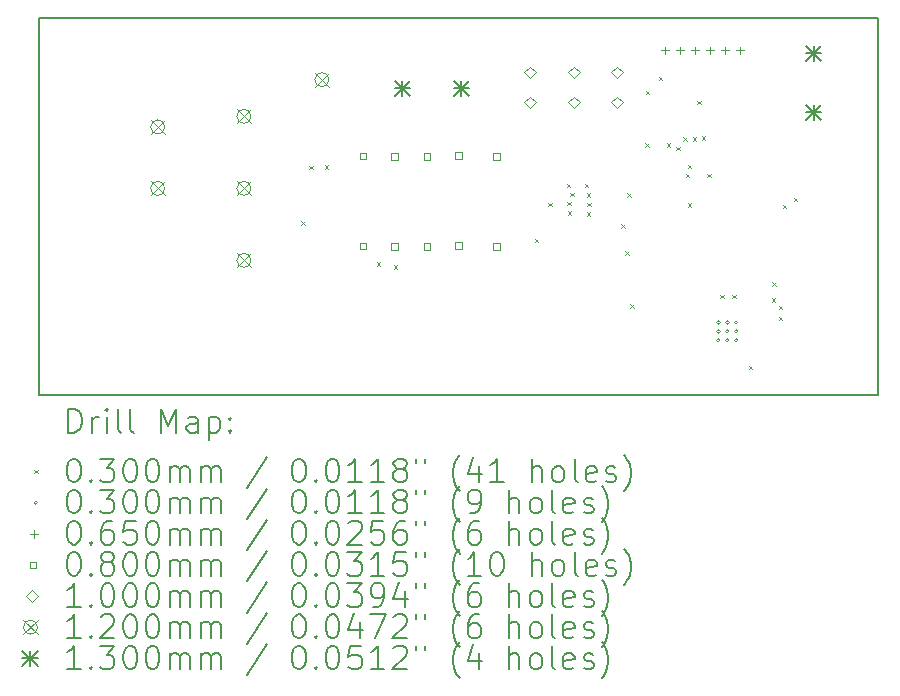
<source format=gbr>
%TF.GenerationSoftware,KiCad,Pcbnew,8.0.4*%
%TF.CreationDate,2024-08-20T08:37:01-04:00*%
%TF.ProjectId,proj2,70726f6a-322e-46b6-9963-61645f706362,rev?*%
%TF.SameCoordinates,Original*%
%TF.FileFunction,Drillmap*%
%TF.FilePolarity,Positive*%
%FSLAX45Y45*%
G04 Gerber Fmt 4.5, Leading zero omitted, Abs format (unit mm)*
G04 Created by KiCad (PCBNEW 8.0.4) date 2024-08-20 08:37:01*
%MOMM*%
%LPD*%
G01*
G04 APERTURE LIST*
%ADD10C,0.200000*%
%ADD11C,0.100000*%
%ADD12C,0.120000*%
%ADD13C,0.130000*%
G04 APERTURE END LIST*
D10*
X12005000Y-8472500D02*
X19109000Y-8472500D01*
X19109000Y-11661500D01*
X12005000Y-11661500D01*
X12005000Y-8472500D01*
D11*
X14229000Y-10191500D02*
X14259000Y-10221500D01*
X14259000Y-10191500D02*
X14229000Y-10221500D01*
X14295000Y-9725500D02*
X14325000Y-9755500D01*
X14325000Y-9725500D02*
X14295000Y-9755500D01*
X14427000Y-9721500D02*
X14457000Y-9751500D01*
X14457000Y-9721500D02*
X14427000Y-9751500D01*
X14866000Y-10540574D02*
X14896000Y-10570574D01*
X14896000Y-10540574D02*
X14866000Y-10570574D01*
X15008926Y-10568427D02*
X15038926Y-10598427D01*
X15038926Y-10568427D02*
X15008926Y-10598427D01*
X16206007Y-10342500D02*
X16236007Y-10372500D01*
X16236007Y-10342500D02*
X16206007Y-10372500D01*
X16319000Y-10037500D02*
X16349000Y-10067500D01*
X16349000Y-10037500D02*
X16319000Y-10067500D01*
X16476241Y-9877633D02*
X16506241Y-9907633D01*
X16506241Y-9877633D02*
X16476241Y-9907633D01*
X16481257Y-10027390D02*
X16511257Y-10057390D01*
X16511257Y-10027390D02*
X16481257Y-10057390D01*
X16485000Y-10107303D02*
X16515000Y-10137303D01*
X16515000Y-10107303D02*
X16485000Y-10137303D01*
X16506786Y-9951573D02*
X16536786Y-9981573D01*
X16536786Y-9951573D02*
X16506786Y-9981573D01*
X16628602Y-9877790D02*
X16658602Y-9907790D01*
X16658602Y-9877790D02*
X16628602Y-9907790D01*
X16643364Y-9956417D02*
X16673364Y-9986417D01*
X16673364Y-9956417D02*
X16643364Y-9986417D01*
X16645000Y-10116500D02*
X16675000Y-10146500D01*
X16675000Y-10116500D02*
X16645000Y-10146500D01*
X16648075Y-10036559D02*
X16678075Y-10066559D01*
X16678075Y-10036559D02*
X16648075Y-10066559D01*
X16935000Y-10218500D02*
X16965000Y-10248500D01*
X16965000Y-10218500D02*
X16935000Y-10248500D01*
X16971000Y-10449500D02*
X17001000Y-10479500D01*
X17001000Y-10449500D02*
X16971000Y-10479500D01*
X16986000Y-9958500D02*
X17016000Y-9988500D01*
X17016000Y-9958500D02*
X16986000Y-9988500D01*
X17013505Y-10897500D02*
X17043505Y-10927500D01*
X17043505Y-10897500D02*
X17013505Y-10927500D01*
X17137978Y-9531250D02*
X17167978Y-9561250D01*
X17167978Y-9531250D02*
X17137978Y-9561250D01*
X17145000Y-9090500D02*
X17175000Y-9120500D01*
X17175000Y-9090500D02*
X17145000Y-9120500D01*
X17253037Y-8972262D02*
X17283037Y-9002262D01*
X17283037Y-8972262D02*
X17253037Y-9002262D01*
X17322213Y-9531250D02*
X17352213Y-9561250D01*
X17352213Y-9531250D02*
X17322213Y-9561250D01*
X17400606Y-9562253D02*
X17430606Y-9592253D01*
X17430606Y-9562253D02*
X17400606Y-9592253D01*
X17460606Y-9483250D02*
X17490606Y-9513250D01*
X17490606Y-9483250D02*
X17460606Y-9513250D01*
X17484081Y-9792500D02*
X17514081Y-9822500D01*
X17514081Y-9792500D02*
X17484081Y-9822500D01*
X17499000Y-10041500D02*
X17529000Y-10071500D01*
X17529000Y-10041500D02*
X17499000Y-10071500D01*
X17501381Y-9714393D02*
X17531381Y-9744393D01*
X17531381Y-9714393D02*
X17501381Y-9744393D01*
X17540591Y-9484779D02*
X17570591Y-9514779D01*
X17570591Y-9484779D02*
X17540591Y-9514779D01*
X17582000Y-9174876D02*
X17612000Y-9204876D01*
X17612000Y-9174876D02*
X17582000Y-9204876D01*
X17619828Y-9473749D02*
X17649828Y-9503749D01*
X17649828Y-9473749D02*
X17619828Y-9503749D01*
X17662853Y-9792500D02*
X17692853Y-9822500D01*
X17692853Y-9792500D02*
X17662853Y-9822500D01*
X17777000Y-10814500D02*
X17807000Y-10844500D01*
X17807000Y-10814500D02*
X17777000Y-10844500D01*
X17878501Y-10816353D02*
X17908501Y-10846353D01*
X17908501Y-10816353D02*
X17878501Y-10846353D01*
X18015000Y-11417500D02*
X18045000Y-11447500D01*
X18045000Y-11417500D02*
X18015000Y-11447500D01*
X18212000Y-10843500D02*
X18242000Y-10873500D01*
X18242000Y-10843500D02*
X18212000Y-10873500D01*
X18216000Y-10708500D02*
X18246000Y-10738500D01*
X18246000Y-10708500D02*
X18216000Y-10738500D01*
X18272000Y-10910155D02*
X18302000Y-10940155D01*
X18302000Y-10910155D02*
X18272000Y-10940155D01*
X18272000Y-11003754D02*
X18302000Y-11033754D01*
X18302000Y-11003754D02*
X18272000Y-11033754D01*
X18304634Y-10053500D02*
X18334634Y-10083500D01*
X18334634Y-10053500D02*
X18304634Y-10083500D01*
X18399000Y-9993500D02*
X18429000Y-10023500D01*
X18429000Y-9993500D02*
X18399000Y-10023500D01*
X17775000Y-11051500D02*
G75*
G02*
X17745000Y-11051500I-15000J0D01*
G01*
X17745000Y-11051500D02*
G75*
G02*
X17775000Y-11051500I15000J0D01*
G01*
X17775000Y-11126500D02*
G75*
G02*
X17745000Y-11126500I-15000J0D01*
G01*
X17745000Y-11126500D02*
G75*
G02*
X17775000Y-11126500I15000J0D01*
G01*
X17775000Y-11201500D02*
G75*
G02*
X17745000Y-11201500I-15000J0D01*
G01*
X17745000Y-11201500D02*
G75*
G02*
X17775000Y-11201500I15000J0D01*
G01*
X17850000Y-11051500D02*
G75*
G02*
X17820000Y-11051500I-15000J0D01*
G01*
X17820000Y-11051500D02*
G75*
G02*
X17850000Y-11051500I15000J0D01*
G01*
X17850000Y-11126500D02*
G75*
G02*
X17820000Y-11126500I-15000J0D01*
G01*
X17820000Y-11126500D02*
G75*
G02*
X17850000Y-11126500I15000J0D01*
G01*
X17850000Y-11201500D02*
G75*
G02*
X17820000Y-11201500I-15000J0D01*
G01*
X17820000Y-11201500D02*
G75*
G02*
X17850000Y-11201500I15000J0D01*
G01*
X17925000Y-11051500D02*
G75*
G02*
X17895000Y-11051500I-15000J0D01*
G01*
X17895000Y-11051500D02*
G75*
G02*
X17925000Y-11051500I15000J0D01*
G01*
X17925000Y-11126500D02*
G75*
G02*
X17895000Y-11126500I-15000J0D01*
G01*
X17895000Y-11126500D02*
G75*
G02*
X17925000Y-11126500I15000J0D01*
G01*
X17925000Y-11201500D02*
G75*
G02*
X17895000Y-11201500I-15000J0D01*
G01*
X17895000Y-11201500D02*
G75*
G02*
X17925000Y-11201500I15000J0D01*
G01*
X17309000Y-8715000D02*
X17309000Y-8780000D01*
X17276500Y-8747500D02*
X17341500Y-8747500D01*
X17436000Y-8715000D02*
X17436000Y-8780000D01*
X17403500Y-8747500D02*
X17468500Y-8747500D01*
X17563000Y-8715000D02*
X17563000Y-8780000D01*
X17530500Y-8747500D02*
X17595500Y-8747500D01*
X17690000Y-8715000D02*
X17690000Y-8780000D01*
X17657500Y-8747500D02*
X17722500Y-8747500D01*
X17817000Y-8715000D02*
X17817000Y-8780000D01*
X17784500Y-8747500D02*
X17849500Y-8747500D01*
X17944000Y-8715000D02*
X17944000Y-8780000D01*
X17911500Y-8747500D02*
X17976500Y-8747500D01*
X14777284Y-9670785D02*
X14777284Y-9614216D01*
X14720715Y-9614216D01*
X14720715Y-9670785D01*
X14777284Y-9670785D01*
X14777284Y-10432785D02*
X14777284Y-10376216D01*
X14720715Y-10376216D01*
X14720715Y-10432785D01*
X14777284Y-10432785D01*
X15045284Y-9674785D02*
X15045284Y-9618216D01*
X14988715Y-9618216D01*
X14988715Y-9674785D01*
X15045284Y-9674785D01*
X15045284Y-10436785D02*
X15045284Y-10380216D01*
X14988715Y-10380216D01*
X14988715Y-10436785D01*
X15045284Y-10436785D01*
X15319284Y-9672785D02*
X15319284Y-9616216D01*
X15262715Y-9616216D01*
X15262715Y-9672785D01*
X15319284Y-9672785D01*
X15319284Y-10434785D02*
X15319284Y-10378216D01*
X15262715Y-10378216D01*
X15262715Y-10434785D01*
X15319284Y-10434785D01*
X15585284Y-9666785D02*
X15585284Y-9610216D01*
X15528715Y-9610216D01*
X15528715Y-9666785D01*
X15585284Y-9666785D01*
X15585284Y-10428785D02*
X15585284Y-10372216D01*
X15528715Y-10372216D01*
X15528715Y-10428785D01*
X15585284Y-10428785D01*
X15908284Y-9673785D02*
X15908284Y-9617216D01*
X15851715Y-9617216D01*
X15851715Y-9673785D01*
X15908284Y-9673785D01*
X15908284Y-10435785D02*
X15908284Y-10379216D01*
X15851715Y-10379216D01*
X15851715Y-10435785D01*
X15908284Y-10435785D01*
X16165000Y-8984500D02*
X16215000Y-8934500D01*
X16165000Y-8884500D01*
X16115000Y-8934500D01*
X16165000Y-8984500D01*
X16165000Y-9238500D02*
X16215000Y-9188500D01*
X16165000Y-9138500D01*
X16115000Y-9188500D01*
X16165000Y-9238500D01*
X16535000Y-8984500D02*
X16585000Y-8934500D01*
X16535000Y-8884500D01*
X16485000Y-8934500D01*
X16535000Y-8984500D01*
X16535000Y-9238500D02*
X16585000Y-9188500D01*
X16535000Y-9138500D01*
X16485000Y-9188500D01*
X16535000Y-9238500D01*
X16903000Y-8984500D02*
X16953000Y-8934500D01*
X16903000Y-8884500D01*
X16853000Y-8934500D01*
X16903000Y-8984500D01*
X16903000Y-9238500D02*
X16953000Y-9188500D01*
X16903000Y-9138500D01*
X16853000Y-9188500D01*
X16903000Y-9238500D01*
D12*
X12952000Y-9335500D02*
X13072000Y-9455500D01*
X13072000Y-9335500D02*
X12952000Y-9455500D01*
X13072000Y-9395500D02*
G75*
G02*
X12952000Y-9395500I-60000J0D01*
G01*
X12952000Y-9395500D02*
G75*
G02*
X13072000Y-9395500I60000J0D01*
G01*
X12952000Y-9855500D02*
X13072000Y-9975500D01*
X13072000Y-9855500D02*
X12952000Y-9975500D01*
X13072000Y-9915500D02*
G75*
G02*
X12952000Y-9915500I-60000J0D01*
G01*
X12952000Y-9915500D02*
G75*
G02*
X13072000Y-9915500I60000J0D01*
G01*
X13682000Y-9245500D02*
X13802000Y-9365500D01*
X13802000Y-9245500D02*
X13682000Y-9365500D01*
X13802000Y-9305500D02*
G75*
G02*
X13682000Y-9305500I-60000J0D01*
G01*
X13682000Y-9305500D02*
G75*
G02*
X13802000Y-9305500I60000J0D01*
G01*
X13682000Y-9855500D02*
X13802000Y-9975500D01*
X13802000Y-9855500D02*
X13682000Y-9975500D01*
X13802000Y-9915500D02*
G75*
G02*
X13682000Y-9915500I-60000J0D01*
G01*
X13682000Y-9915500D02*
G75*
G02*
X13802000Y-9915500I60000J0D01*
G01*
X13682000Y-10465500D02*
X13802000Y-10585500D01*
X13802000Y-10465500D02*
X13682000Y-10585500D01*
X13802000Y-10525500D02*
G75*
G02*
X13682000Y-10525500I-60000J0D01*
G01*
X13682000Y-10525500D02*
G75*
G02*
X13802000Y-10525500I60000J0D01*
G01*
X14342000Y-8935500D02*
X14462000Y-9055500D01*
X14462000Y-8935500D02*
X14342000Y-9055500D01*
X14462000Y-8995500D02*
G75*
G02*
X14342000Y-8995500I-60000J0D01*
G01*
X14342000Y-8995500D02*
G75*
G02*
X14462000Y-8995500I60000J0D01*
G01*
D13*
X15018000Y-9004500D02*
X15148000Y-9134500D01*
X15148000Y-9004500D02*
X15018000Y-9134500D01*
X15083000Y-9004500D02*
X15083000Y-9134500D01*
X15018000Y-9069500D02*
X15148000Y-9069500D01*
X15518000Y-9004500D02*
X15648000Y-9134500D01*
X15648000Y-9004500D02*
X15518000Y-9134500D01*
X15583000Y-9004500D02*
X15583000Y-9134500D01*
X15518000Y-9069500D02*
X15648000Y-9069500D01*
X18502000Y-8708000D02*
X18632000Y-8838000D01*
X18632000Y-8708000D02*
X18502000Y-8838000D01*
X18567000Y-8708000D02*
X18567000Y-8838000D01*
X18502000Y-8773000D02*
X18632000Y-8773000D01*
X18502000Y-9208000D02*
X18632000Y-9338000D01*
X18632000Y-9208000D02*
X18502000Y-9338000D01*
X18567000Y-9208000D02*
X18567000Y-9338000D01*
X18502000Y-9273000D02*
X18632000Y-9273000D01*
D10*
X12255777Y-11982984D02*
X12255777Y-11782984D01*
X12255777Y-11782984D02*
X12303396Y-11782984D01*
X12303396Y-11782984D02*
X12331967Y-11792508D01*
X12331967Y-11792508D02*
X12351015Y-11811555D01*
X12351015Y-11811555D02*
X12360539Y-11830603D01*
X12360539Y-11830603D02*
X12370062Y-11868698D01*
X12370062Y-11868698D02*
X12370062Y-11897269D01*
X12370062Y-11897269D02*
X12360539Y-11935365D01*
X12360539Y-11935365D02*
X12351015Y-11954412D01*
X12351015Y-11954412D02*
X12331967Y-11973460D01*
X12331967Y-11973460D02*
X12303396Y-11982984D01*
X12303396Y-11982984D02*
X12255777Y-11982984D01*
X12455777Y-11982984D02*
X12455777Y-11849650D01*
X12455777Y-11887746D02*
X12465301Y-11868698D01*
X12465301Y-11868698D02*
X12474824Y-11859174D01*
X12474824Y-11859174D02*
X12493872Y-11849650D01*
X12493872Y-11849650D02*
X12512920Y-11849650D01*
X12579586Y-11982984D02*
X12579586Y-11849650D01*
X12579586Y-11782984D02*
X12570062Y-11792508D01*
X12570062Y-11792508D02*
X12579586Y-11802031D01*
X12579586Y-11802031D02*
X12589110Y-11792508D01*
X12589110Y-11792508D02*
X12579586Y-11782984D01*
X12579586Y-11782984D02*
X12579586Y-11802031D01*
X12703396Y-11982984D02*
X12684348Y-11973460D01*
X12684348Y-11973460D02*
X12674824Y-11954412D01*
X12674824Y-11954412D02*
X12674824Y-11782984D01*
X12808158Y-11982984D02*
X12789110Y-11973460D01*
X12789110Y-11973460D02*
X12779586Y-11954412D01*
X12779586Y-11954412D02*
X12779586Y-11782984D01*
X13036729Y-11982984D02*
X13036729Y-11782984D01*
X13036729Y-11782984D02*
X13103396Y-11925841D01*
X13103396Y-11925841D02*
X13170062Y-11782984D01*
X13170062Y-11782984D02*
X13170062Y-11982984D01*
X13351015Y-11982984D02*
X13351015Y-11878222D01*
X13351015Y-11878222D02*
X13341491Y-11859174D01*
X13341491Y-11859174D02*
X13322443Y-11849650D01*
X13322443Y-11849650D02*
X13284348Y-11849650D01*
X13284348Y-11849650D02*
X13265301Y-11859174D01*
X13351015Y-11973460D02*
X13331967Y-11982984D01*
X13331967Y-11982984D02*
X13284348Y-11982984D01*
X13284348Y-11982984D02*
X13265301Y-11973460D01*
X13265301Y-11973460D02*
X13255777Y-11954412D01*
X13255777Y-11954412D02*
X13255777Y-11935365D01*
X13255777Y-11935365D02*
X13265301Y-11916317D01*
X13265301Y-11916317D02*
X13284348Y-11906793D01*
X13284348Y-11906793D02*
X13331967Y-11906793D01*
X13331967Y-11906793D02*
X13351015Y-11897269D01*
X13446253Y-11849650D02*
X13446253Y-12049650D01*
X13446253Y-11859174D02*
X13465301Y-11849650D01*
X13465301Y-11849650D02*
X13503396Y-11849650D01*
X13503396Y-11849650D02*
X13522443Y-11859174D01*
X13522443Y-11859174D02*
X13531967Y-11868698D01*
X13531967Y-11868698D02*
X13541491Y-11887746D01*
X13541491Y-11887746D02*
X13541491Y-11944888D01*
X13541491Y-11944888D02*
X13531967Y-11963936D01*
X13531967Y-11963936D02*
X13522443Y-11973460D01*
X13522443Y-11973460D02*
X13503396Y-11982984D01*
X13503396Y-11982984D02*
X13465301Y-11982984D01*
X13465301Y-11982984D02*
X13446253Y-11973460D01*
X13627205Y-11963936D02*
X13636729Y-11973460D01*
X13636729Y-11973460D02*
X13627205Y-11982984D01*
X13627205Y-11982984D02*
X13617682Y-11973460D01*
X13617682Y-11973460D02*
X13627205Y-11963936D01*
X13627205Y-11963936D02*
X13627205Y-11982984D01*
X13627205Y-11859174D02*
X13636729Y-11868698D01*
X13636729Y-11868698D02*
X13627205Y-11878222D01*
X13627205Y-11878222D02*
X13617682Y-11868698D01*
X13617682Y-11868698D02*
X13627205Y-11859174D01*
X13627205Y-11859174D02*
X13627205Y-11878222D01*
D11*
X11965000Y-12296500D02*
X11995000Y-12326500D01*
X11995000Y-12296500D02*
X11965000Y-12326500D01*
D10*
X12293872Y-12202984D02*
X12312920Y-12202984D01*
X12312920Y-12202984D02*
X12331967Y-12212508D01*
X12331967Y-12212508D02*
X12341491Y-12222031D01*
X12341491Y-12222031D02*
X12351015Y-12241079D01*
X12351015Y-12241079D02*
X12360539Y-12279174D01*
X12360539Y-12279174D02*
X12360539Y-12326793D01*
X12360539Y-12326793D02*
X12351015Y-12364888D01*
X12351015Y-12364888D02*
X12341491Y-12383936D01*
X12341491Y-12383936D02*
X12331967Y-12393460D01*
X12331967Y-12393460D02*
X12312920Y-12402984D01*
X12312920Y-12402984D02*
X12293872Y-12402984D01*
X12293872Y-12402984D02*
X12274824Y-12393460D01*
X12274824Y-12393460D02*
X12265301Y-12383936D01*
X12265301Y-12383936D02*
X12255777Y-12364888D01*
X12255777Y-12364888D02*
X12246253Y-12326793D01*
X12246253Y-12326793D02*
X12246253Y-12279174D01*
X12246253Y-12279174D02*
X12255777Y-12241079D01*
X12255777Y-12241079D02*
X12265301Y-12222031D01*
X12265301Y-12222031D02*
X12274824Y-12212508D01*
X12274824Y-12212508D02*
X12293872Y-12202984D01*
X12446253Y-12383936D02*
X12455777Y-12393460D01*
X12455777Y-12393460D02*
X12446253Y-12402984D01*
X12446253Y-12402984D02*
X12436729Y-12393460D01*
X12436729Y-12393460D02*
X12446253Y-12383936D01*
X12446253Y-12383936D02*
X12446253Y-12402984D01*
X12522443Y-12202984D02*
X12646253Y-12202984D01*
X12646253Y-12202984D02*
X12579586Y-12279174D01*
X12579586Y-12279174D02*
X12608158Y-12279174D01*
X12608158Y-12279174D02*
X12627205Y-12288698D01*
X12627205Y-12288698D02*
X12636729Y-12298222D01*
X12636729Y-12298222D02*
X12646253Y-12317269D01*
X12646253Y-12317269D02*
X12646253Y-12364888D01*
X12646253Y-12364888D02*
X12636729Y-12383936D01*
X12636729Y-12383936D02*
X12627205Y-12393460D01*
X12627205Y-12393460D02*
X12608158Y-12402984D01*
X12608158Y-12402984D02*
X12551015Y-12402984D01*
X12551015Y-12402984D02*
X12531967Y-12393460D01*
X12531967Y-12393460D02*
X12522443Y-12383936D01*
X12770062Y-12202984D02*
X12789110Y-12202984D01*
X12789110Y-12202984D02*
X12808158Y-12212508D01*
X12808158Y-12212508D02*
X12817682Y-12222031D01*
X12817682Y-12222031D02*
X12827205Y-12241079D01*
X12827205Y-12241079D02*
X12836729Y-12279174D01*
X12836729Y-12279174D02*
X12836729Y-12326793D01*
X12836729Y-12326793D02*
X12827205Y-12364888D01*
X12827205Y-12364888D02*
X12817682Y-12383936D01*
X12817682Y-12383936D02*
X12808158Y-12393460D01*
X12808158Y-12393460D02*
X12789110Y-12402984D01*
X12789110Y-12402984D02*
X12770062Y-12402984D01*
X12770062Y-12402984D02*
X12751015Y-12393460D01*
X12751015Y-12393460D02*
X12741491Y-12383936D01*
X12741491Y-12383936D02*
X12731967Y-12364888D01*
X12731967Y-12364888D02*
X12722443Y-12326793D01*
X12722443Y-12326793D02*
X12722443Y-12279174D01*
X12722443Y-12279174D02*
X12731967Y-12241079D01*
X12731967Y-12241079D02*
X12741491Y-12222031D01*
X12741491Y-12222031D02*
X12751015Y-12212508D01*
X12751015Y-12212508D02*
X12770062Y-12202984D01*
X12960539Y-12202984D02*
X12979586Y-12202984D01*
X12979586Y-12202984D02*
X12998634Y-12212508D01*
X12998634Y-12212508D02*
X13008158Y-12222031D01*
X13008158Y-12222031D02*
X13017682Y-12241079D01*
X13017682Y-12241079D02*
X13027205Y-12279174D01*
X13027205Y-12279174D02*
X13027205Y-12326793D01*
X13027205Y-12326793D02*
X13017682Y-12364888D01*
X13017682Y-12364888D02*
X13008158Y-12383936D01*
X13008158Y-12383936D02*
X12998634Y-12393460D01*
X12998634Y-12393460D02*
X12979586Y-12402984D01*
X12979586Y-12402984D02*
X12960539Y-12402984D01*
X12960539Y-12402984D02*
X12941491Y-12393460D01*
X12941491Y-12393460D02*
X12931967Y-12383936D01*
X12931967Y-12383936D02*
X12922443Y-12364888D01*
X12922443Y-12364888D02*
X12912920Y-12326793D01*
X12912920Y-12326793D02*
X12912920Y-12279174D01*
X12912920Y-12279174D02*
X12922443Y-12241079D01*
X12922443Y-12241079D02*
X12931967Y-12222031D01*
X12931967Y-12222031D02*
X12941491Y-12212508D01*
X12941491Y-12212508D02*
X12960539Y-12202984D01*
X13112920Y-12402984D02*
X13112920Y-12269650D01*
X13112920Y-12288698D02*
X13122443Y-12279174D01*
X13122443Y-12279174D02*
X13141491Y-12269650D01*
X13141491Y-12269650D02*
X13170063Y-12269650D01*
X13170063Y-12269650D02*
X13189110Y-12279174D01*
X13189110Y-12279174D02*
X13198634Y-12298222D01*
X13198634Y-12298222D02*
X13198634Y-12402984D01*
X13198634Y-12298222D02*
X13208158Y-12279174D01*
X13208158Y-12279174D02*
X13227205Y-12269650D01*
X13227205Y-12269650D02*
X13255777Y-12269650D01*
X13255777Y-12269650D02*
X13274824Y-12279174D01*
X13274824Y-12279174D02*
X13284348Y-12298222D01*
X13284348Y-12298222D02*
X13284348Y-12402984D01*
X13379586Y-12402984D02*
X13379586Y-12269650D01*
X13379586Y-12288698D02*
X13389110Y-12279174D01*
X13389110Y-12279174D02*
X13408158Y-12269650D01*
X13408158Y-12269650D02*
X13436729Y-12269650D01*
X13436729Y-12269650D02*
X13455777Y-12279174D01*
X13455777Y-12279174D02*
X13465301Y-12298222D01*
X13465301Y-12298222D02*
X13465301Y-12402984D01*
X13465301Y-12298222D02*
X13474824Y-12279174D01*
X13474824Y-12279174D02*
X13493872Y-12269650D01*
X13493872Y-12269650D02*
X13522443Y-12269650D01*
X13522443Y-12269650D02*
X13541491Y-12279174D01*
X13541491Y-12279174D02*
X13551015Y-12298222D01*
X13551015Y-12298222D02*
X13551015Y-12402984D01*
X13941491Y-12193460D02*
X13770063Y-12450603D01*
X14198634Y-12202984D02*
X14217682Y-12202984D01*
X14217682Y-12202984D02*
X14236729Y-12212508D01*
X14236729Y-12212508D02*
X14246253Y-12222031D01*
X14246253Y-12222031D02*
X14255777Y-12241079D01*
X14255777Y-12241079D02*
X14265301Y-12279174D01*
X14265301Y-12279174D02*
X14265301Y-12326793D01*
X14265301Y-12326793D02*
X14255777Y-12364888D01*
X14255777Y-12364888D02*
X14246253Y-12383936D01*
X14246253Y-12383936D02*
X14236729Y-12393460D01*
X14236729Y-12393460D02*
X14217682Y-12402984D01*
X14217682Y-12402984D02*
X14198634Y-12402984D01*
X14198634Y-12402984D02*
X14179586Y-12393460D01*
X14179586Y-12393460D02*
X14170063Y-12383936D01*
X14170063Y-12383936D02*
X14160539Y-12364888D01*
X14160539Y-12364888D02*
X14151015Y-12326793D01*
X14151015Y-12326793D02*
X14151015Y-12279174D01*
X14151015Y-12279174D02*
X14160539Y-12241079D01*
X14160539Y-12241079D02*
X14170063Y-12222031D01*
X14170063Y-12222031D02*
X14179586Y-12212508D01*
X14179586Y-12212508D02*
X14198634Y-12202984D01*
X14351015Y-12383936D02*
X14360539Y-12393460D01*
X14360539Y-12393460D02*
X14351015Y-12402984D01*
X14351015Y-12402984D02*
X14341491Y-12393460D01*
X14341491Y-12393460D02*
X14351015Y-12383936D01*
X14351015Y-12383936D02*
X14351015Y-12402984D01*
X14484348Y-12202984D02*
X14503396Y-12202984D01*
X14503396Y-12202984D02*
X14522444Y-12212508D01*
X14522444Y-12212508D02*
X14531967Y-12222031D01*
X14531967Y-12222031D02*
X14541491Y-12241079D01*
X14541491Y-12241079D02*
X14551015Y-12279174D01*
X14551015Y-12279174D02*
X14551015Y-12326793D01*
X14551015Y-12326793D02*
X14541491Y-12364888D01*
X14541491Y-12364888D02*
X14531967Y-12383936D01*
X14531967Y-12383936D02*
X14522444Y-12393460D01*
X14522444Y-12393460D02*
X14503396Y-12402984D01*
X14503396Y-12402984D02*
X14484348Y-12402984D01*
X14484348Y-12402984D02*
X14465301Y-12393460D01*
X14465301Y-12393460D02*
X14455777Y-12383936D01*
X14455777Y-12383936D02*
X14446253Y-12364888D01*
X14446253Y-12364888D02*
X14436729Y-12326793D01*
X14436729Y-12326793D02*
X14436729Y-12279174D01*
X14436729Y-12279174D02*
X14446253Y-12241079D01*
X14446253Y-12241079D02*
X14455777Y-12222031D01*
X14455777Y-12222031D02*
X14465301Y-12212508D01*
X14465301Y-12212508D02*
X14484348Y-12202984D01*
X14741491Y-12402984D02*
X14627206Y-12402984D01*
X14684348Y-12402984D02*
X14684348Y-12202984D01*
X14684348Y-12202984D02*
X14665301Y-12231555D01*
X14665301Y-12231555D02*
X14646253Y-12250603D01*
X14646253Y-12250603D02*
X14627206Y-12260127D01*
X14931967Y-12402984D02*
X14817682Y-12402984D01*
X14874825Y-12402984D02*
X14874825Y-12202984D01*
X14874825Y-12202984D02*
X14855777Y-12231555D01*
X14855777Y-12231555D02*
X14836729Y-12250603D01*
X14836729Y-12250603D02*
X14817682Y-12260127D01*
X15046253Y-12288698D02*
X15027206Y-12279174D01*
X15027206Y-12279174D02*
X15017682Y-12269650D01*
X15017682Y-12269650D02*
X15008158Y-12250603D01*
X15008158Y-12250603D02*
X15008158Y-12241079D01*
X15008158Y-12241079D02*
X15017682Y-12222031D01*
X15017682Y-12222031D02*
X15027206Y-12212508D01*
X15027206Y-12212508D02*
X15046253Y-12202984D01*
X15046253Y-12202984D02*
X15084348Y-12202984D01*
X15084348Y-12202984D02*
X15103396Y-12212508D01*
X15103396Y-12212508D02*
X15112920Y-12222031D01*
X15112920Y-12222031D02*
X15122444Y-12241079D01*
X15122444Y-12241079D02*
X15122444Y-12250603D01*
X15122444Y-12250603D02*
X15112920Y-12269650D01*
X15112920Y-12269650D02*
X15103396Y-12279174D01*
X15103396Y-12279174D02*
X15084348Y-12288698D01*
X15084348Y-12288698D02*
X15046253Y-12288698D01*
X15046253Y-12288698D02*
X15027206Y-12298222D01*
X15027206Y-12298222D02*
X15017682Y-12307746D01*
X15017682Y-12307746D02*
X15008158Y-12326793D01*
X15008158Y-12326793D02*
X15008158Y-12364888D01*
X15008158Y-12364888D02*
X15017682Y-12383936D01*
X15017682Y-12383936D02*
X15027206Y-12393460D01*
X15027206Y-12393460D02*
X15046253Y-12402984D01*
X15046253Y-12402984D02*
X15084348Y-12402984D01*
X15084348Y-12402984D02*
X15103396Y-12393460D01*
X15103396Y-12393460D02*
X15112920Y-12383936D01*
X15112920Y-12383936D02*
X15122444Y-12364888D01*
X15122444Y-12364888D02*
X15122444Y-12326793D01*
X15122444Y-12326793D02*
X15112920Y-12307746D01*
X15112920Y-12307746D02*
X15103396Y-12298222D01*
X15103396Y-12298222D02*
X15084348Y-12288698D01*
X15198634Y-12202984D02*
X15198634Y-12241079D01*
X15274825Y-12202984D02*
X15274825Y-12241079D01*
X15570063Y-12479174D02*
X15560539Y-12469650D01*
X15560539Y-12469650D02*
X15541491Y-12441079D01*
X15541491Y-12441079D02*
X15531968Y-12422031D01*
X15531968Y-12422031D02*
X15522444Y-12393460D01*
X15522444Y-12393460D02*
X15512920Y-12345841D01*
X15512920Y-12345841D02*
X15512920Y-12307746D01*
X15512920Y-12307746D02*
X15522444Y-12260127D01*
X15522444Y-12260127D02*
X15531968Y-12231555D01*
X15531968Y-12231555D02*
X15541491Y-12212508D01*
X15541491Y-12212508D02*
X15560539Y-12183936D01*
X15560539Y-12183936D02*
X15570063Y-12174412D01*
X15731968Y-12269650D02*
X15731968Y-12402984D01*
X15684348Y-12193460D02*
X15636729Y-12336317D01*
X15636729Y-12336317D02*
X15760539Y-12336317D01*
X15941491Y-12402984D02*
X15827206Y-12402984D01*
X15884348Y-12402984D02*
X15884348Y-12202984D01*
X15884348Y-12202984D02*
X15865301Y-12231555D01*
X15865301Y-12231555D02*
X15846253Y-12250603D01*
X15846253Y-12250603D02*
X15827206Y-12260127D01*
X16179587Y-12402984D02*
X16179587Y-12202984D01*
X16265301Y-12402984D02*
X16265301Y-12298222D01*
X16265301Y-12298222D02*
X16255777Y-12279174D01*
X16255777Y-12279174D02*
X16236730Y-12269650D01*
X16236730Y-12269650D02*
X16208158Y-12269650D01*
X16208158Y-12269650D02*
X16189110Y-12279174D01*
X16189110Y-12279174D02*
X16179587Y-12288698D01*
X16389110Y-12402984D02*
X16370063Y-12393460D01*
X16370063Y-12393460D02*
X16360539Y-12383936D01*
X16360539Y-12383936D02*
X16351015Y-12364888D01*
X16351015Y-12364888D02*
X16351015Y-12307746D01*
X16351015Y-12307746D02*
X16360539Y-12288698D01*
X16360539Y-12288698D02*
X16370063Y-12279174D01*
X16370063Y-12279174D02*
X16389110Y-12269650D01*
X16389110Y-12269650D02*
X16417682Y-12269650D01*
X16417682Y-12269650D02*
X16436730Y-12279174D01*
X16436730Y-12279174D02*
X16446253Y-12288698D01*
X16446253Y-12288698D02*
X16455777Y-12307746D01*
X16455777Y-12307746D02*
X16455777Y-12364888D01*
X16455777Y-12364888D02*
X16446253Y-12383936D01*
X16446253Y-12383936D02*
X16436730Y-12393460D01*
X16436730Y-12393460D02*
X16417682Y-12402984D01*
X16417682Y-12402984D02*
X16389110Y-12402984D01*
X16570063Y-12402984D02*
X16551015Y-12393460D01*
X16551015Y-12393460D02*
X16541491Y-12374412D01*
X16541491Y-12374412D02*
X16541491Y-12202984D01*
X16722444Y-12393460D02*
X16703396Y-12402984D01*
X16703396Y-12402984D02*
X16665301Y-12402984D01*
X16665301Y-12402984D02*
X16646253Y-12393460D01*
X16646253Y-12393460D02*
X16636730Y-12374412D01*
X16636730Y-12374412D02*
X16636730Y-12298222D01*
X16636730Y-12298222D02*
X16646253Y-12279174D01*
X16646253Y-12279174D02*
X16665301Y-12269650D01*
X16665301Y-12269650D02*
X16703396Y-12269650D01*
X16703396Y-12269650D02*
X16722444Y-12279174D01*
X16722444Y-12279174D02*
X16731968Y-12298222D01*
X16731968Y-12298222D02*
X16731968Y-12317269D01*
X16731968Y-12317269D02*
X16636730Y-12336317D01*
X16808158Y-12393460D02*
X16827206Y-12402984D01*
X16827206Y-12402984D02*
X16865301Y-12402984D01*
X16865301Y-12402984D02*
X16884349Y-12393460D01*
X16884349Y-12393460D02*
X16893873Y-12374412D01*
X16893873Y-12374412D02*
X16893873Y-12364888D01*
X16893873Y-12364888D02*
X16884349Y-12345841D01*
X16884349Y-12345841D02*
X16865301Y-12336317D01*
X16865301Y-12336317D02*
X16836730Y-12336317D01*
X16836730Y-12336317D02*
X16817682Y-12326793D01*
X16817682Y-12326793D02*
X16808158Y-12307746D01*
X16808158Y-12307746D02*
X16808158Y-12298222D01*
X16808158Y-12298222D02*
X16817682Y-12279174D01*
X16817682Y-12279174D02*
X16836730Y-12269650D01*
X16836730Y-12269650D02*
X16865301Y-12269650D01*
X16865301Y-12269650D02*
X16884349Y-12279174D01*
X16960539Y-12479174D02*
X16970063Y-12469650D01*
X16970063Y-12469650D02*
X16989111Y-12441079D01*
X16989111Y-12441079D02*
X16998634Y-12422031D01*
X16998634Y-12422031D02*
X17008158Y-12393460D01*
X17008158Y-12393460D02*
X17017682Y-12345841D01*
X17017682Y-12345841D02*
X17017682Y-12307746D01*
X17017682Y-12307746D02*
X17008158Y-12260127D01*
X17008158Y-12260127D02*
X16998634Y-12231555D01*
X16998634Y-12231555D02*
X16989111Y-12212508D01*
X16989111Y-12212508D02*
X16970063Y-12183936D01*
X16970063Y-12183936D02*
X16960539Y-12174412D01*
D11*
X11995000Y-12575500D02*
G75*
G02*
X11965000Y-12575500I-15000J0D01*
G01*
X11965000Y-12575500D02*
G75*
G02*
X11995000Y-12575500I15000J0D01*
G01*
D10*
X12293872Y-12466984D02*
X12312920Y-12466984D01*
X12312920Y-12466984D02*
X12331967Y-12476508D01*
X12331967Y-12476508D02*
X12341491Y-12486031D01*
X12341491Y-12486031D02*
X12351015Y-12505079D01*
X12351015Y-12505079D02*
X12360539Y-12543174D01*
X12360539Y-12543174D02*
X12360539Y-12590793D01*
X12360539Y-12590793D02*
X12351015Y-12628888D01*
X12351015Y-12628888D02*
X12341491Y-12647936D01*
X12341491Y-12647936D02*
X12331967Y-12657460D01*
X12331967Y-12657460D02*
X12312920Y-12666984D01*
X12312920Y-12666984D02*
X12293872Y-12666984D01*
X12293872Y-12666984D02*
X12274824Y-12657460D01*
X12274824Y-12657460D02*
X12265301Y-12647936D01*
X12265301Y-12647936D02*
X12255777Y-12628888D01*
X12255777Y-12628888D02*
X12246253Y-12590793D01*
X12246253Y-12590793D02*
X12246253Y-12543174D01*
X12246253Y-12543174D02*
X12255777Y-12505079D01*
X12255777Y-12505079D02*
X12265301Y-12486031D01*
X12265301Y-12486031D02*
X12274824Y-12476508D01*
X12274824Y-12476508D02*
X12293872Y-12466984D01*
X12446253Y-12647936D02*
X12455777Y-12657460D01*
X12455777Y-12657460D02*
X12446253Y-12666984D01*
X12446253Y-12666984D02*
X12436729Y-12657460D01*
X12436729Y-12657460D02*
X12446253Y-12647936D01*
X12446253Y-12647936D02*
X12446253Y-12666984D01*
X12522443Y-12466984D02*
X12646253Y-12466984D01*
X12646253Y-12466984D02*
X12579586Y-12543174D01*
X12579586Y-12543174D02*
X12608158Y-12543174D01*
X12608158Y-12543174D02*
X12627205Y-12552698D01*
X12627205Y-12552698D02*
X12636729Y-12562222D01*
X12636729Y-12562222D02*
X12646253Y-12581269D01*
X12646253Y-12581269D02*
X12646253Y-12628888D01*
X12646253Y-12628888D02*
X12636729Y-12647936D01*
X12636729Y-12647936D02*
X12627205Y-12657460D01*
X12627205Y-12657460D02*
X12608158Y-12666984D01*
X12608158Y-12666984D02*
X12551015Y-12666984D01*
X12551015Y-12666984D02*
X12531967Y-12657460D01*
X12531967Y-12657460D02*
X12522443Y-12647936D01*
X12770062Y-12466984D02*
X12789110Y-12466984D01*
X12789110Y-12466984D02*
X12808158Y-12476508D01*
X12808158Y-12476508D02*
X12817682Y-12486031D01*
X12817682Y-12486031D02*
X12827205Y-12505079D01*
X12827205Y-12505079D02*
X12836729Y-12543174D01*
X12836729Y-12543174D02*
X12836729Y-12590793D01*
X12836729Y-12590793D02*
X12827205Y-12628888D01*
X12827205Y-12628888D02*
X12817682Y-12647936D01*
X12817682Y-12647936D02*
X12808158Y-12657460D01*
X12808158Y-12657460D02*
X12789110Y-12666984D01*
X12789110Y-12666984D02*
X12770062Y-12666984D01*
X12770062Y-12666984D02*
X12751015Y-12657460D01*
X12751015Y-12657460D02*
X12741491Y-12647936D01*
X12741491Y-12647936D02*
X12731967Y-12628888D01*
X12731967Y-12628888D02*
X12722443Y-12590793D01*
X12722443Y-12590793D02*
X12722443Y-12543174D01*
X12722443Y-12543174D02*
X12731967Y-12505079D01*
X12731967Y-12505079D02*
X12741491Y-12486031D01*
X12741491Y-12486031D02*
X12751015Y-12476508D01*
X12751015Y-12476508D02*
X12770062Y-12466984D01*
X12960539Y-12466984D02*
X12979586Y-12466984D01*
X12979586Y-12466984D02*
X12998634Y-12476508D01*
X12998634Y-12476508D02*
X13008158Y-12486031D01*
X13008158Y-12486031D02*
X13017682Y-12505079D01*
X13017682Y-12505079D02*
X13027205Y-12543174D01*
X13027205Y-12543174D02*
X13027205Y-12590793D01*
X13027205Y-12590793D02*
X13017682Y-12628888D01*
X13017682Y-12628888D02*
X13008158Y-12647936D01*
X13008158Y-12647936D02*
X12998634Y-12657460D01*
X12998634Y-12657460D02*
X12979586Y-12666984D01*
X12979586Y-12666984D02*
X12960539Y-12666984D01*
X12960539Y-12666984D02*
X12941491Y-12657460D01*
X12941491Y-12657460D02*
X12931967Y-12647936D01*
X12931967Y-12647936D02*
X12922443Y-12628888D01*
X12922443Y-12628888D02*
X12912920Y-12590793D01*
X12912920Y-12590793D02*
X12912920Y-12543174D01*
X12912920Y-12543174D02*
X12922443Y-12505079D01*
X12922443Y-12505079D02*
X12931967Y-12486031D01*
X12931967Y-12486031D02*
X12941491Y-12476508D01*
X12941491Y-12476508D02*
X12960539Y-12466984D01*
X13112920Y-12666984D02*
X13112920Y-12533650D01*
X13112920Y-12552698D02*
X13122443Y-12543174D01*
X13122443Y-12543174D02*
X13141491Y-12533650D01*
X13141491Y-12533650D02*
X13170063Y-12533650D01*
X13170063Y-12533650D02*
X13189110Y-12543174D01*
X13189110Y-12543174D02*
X13198634Y-12562222D01*
X13198634Y-12562222D02*
X13198634Y-12666984D01*
X13198634Y-12562222D02*
X13208158Y-12543174D01*
X13208158Y-12543174D02*
X13227205Y-12533650D01*
X13227205Y-12533650D02*
X13255777Y-12533650D01*
X13255777Y-12533650D02*
X13274824Y-12543174D01*
X13274824Y-12543174D02*
X13284348Y-12562222D01*
X13284348Y-12562222D02*
X13284348Y-12666984D01*
X13379586Y-12666984D02*
X13379586Y-12533650D01*
X13379586Y-12552698D02*
X13389110Y-12543174D01*
X13389110Y-12543174D02*
X13408158Y-12533650D01*
X13408158Y-12533650D02*
X13436729Y-12533650D01*
X13436729Y-12533650D02*
X13455777Y-12543174D01*
X13455777Y-12543174D02*
X13465301Y-12562222D01*
X13465301Y-12562222D02*
X13465301Y-12666984D01*
X13465301Y-12562222D02*
X13474824Y-12543174D01*
X13474824Y-12543174D02*
X13493872Y-12533650D01*
X13493872Y-12533650D02*
X13522443Y-12533650D01*
X13522443Y-12533650D02*
X13541491Y-12543174D01*
X13541491Y-12543174D02*
X13551015Y-12562222D01*
X13551015Y-12562222D02*
X13551015Y-12666984D01*
X13941491Y-12457460D02*
X13770063Y-12714603D01*
X14198634Y-12466984D02*
X14217682Y-12466984D01*
X14217682Y-12466984D02*
X14236729Y-12476508D01*
X14236729Y-12476508D02*
X14246253Y-12486031D01*
X14246253Y-12486031D02*
X14255777Y-12505079D01*
X14255777Y-12505079D02*
X14265301Y-12543174D01*
X14265301Y-12543174D02*
X14265301Y-12590793D01*
X14265301Y-12590793D02*
X14255777Y-12628888D01*
X14255777Y-12628888D02*
X14246253Y-12647936D01*
X14246253Y-12647936D02*
X14236729Y-12657460D01*
X14236729Y-12657460D02*
X14217682Y-12666984D01*
X14217682Y-12666984D02*
X14198634Y-12666984D01*
X14198634Y-12666984D02*
X14179586Y-12657460D01*
X14179586Y-12657460D02*
X14170063Y-12647936D01*
X14170063Y-12647936D02*
X14160539Y-12628888D01*
X14160539Y-12628888D02*
X14151015Y-12590793D01*
X14151015Y-12590793D02*
X14151015Y-12543174D01*
X14151015Y-12543174D02*
X14160539Y-12505079D01*
X14160539Y-12505079D02*
X14170063Y-12486031D01*
X14170063Y-12486031D02*
X14179586Y-12476508D01*
X14179586Y-12476508D02*
X14198634Y-12466984D01*
X14351015Y-12647936D02*
X14360539Y-12657460D01*
X14360539Y-12657460D02*
X14351015Y-12666984D01*
X14351015Y-12666984D02*
X14341491Y-12657460D01*
X14341491Y-12657460D02*
X14351015Y-12647936D01*
X14351015Y-12647936D02*
X14351015Y-12666984D01*
X14484348Y-12466984D02*
X14503396Y-12466984D01*
X14503396Y-12466984D02*
X14522444Y-12476508D01*
X14522444Y-12476508D02*
X14531967Y-12486031D01*
X14531967Y-12486031D02*
X14541491Y-12505079D01*
X14541491Y-12505079D02*
X14551015Y-12543174D01*
X14551015Y-12543174D02*
X14551015Y-12590793D01*
X14551015Y-12590793D02*
X14541491Y-12628888D01*
X14541491Y-12628888D02*
X14531967Y-12647936D01*
X14531967Y-12647936D02*
X14522444Y-12657460D01*
X14522444Y-12657460D02*
X14503396Y-12666984D01*
X14503396Y-12666984D02*
X14484348Y-12666984D01*
X14484348Y-12666984D02*
X14465301Y-12657460D01*
X14465301Y-12657460D02*
X14455777Y-12647936D01*
X14455777Y-12647936D02*
X14446253Y-12628888D01*
X14446253Y-12628888D02*
X14436729Y-12590793D01*
X14436729Y-12590793D02*
X14436729Y-12543174D01*
X14436729Y-12543174D02*
X14446253Y-12505079D01*
X14446253Y-12505079D02*
X14455777Y-12486031D01*
X14455777Y-12486031D02*
X14465301Y-12476508D01*
X14465301Y-12476508D02*
X14484348Y-12466984D01*
X14741491Y-12666984D02*
X14627206Y-12666984D01*
X14684348Y-12666984D02*
X14684348Y-12466984D01*
X14684348Y-12466984D02*
X14665301Y-12495555D01*
X14665301Y-12495555D02*
X14646253Y-12514603D01*
X14646253Y-12514603D02*
X14627206Y-12524127D01*
X14931967Y-12666984D02*
X14817682Y-12666984D01*
X14874825Y-12666984D02*
X14874825Y-12466984D01*
X14874825Y-12466984D02*
X14855777Y-12495555D01*
X14855777Y-12495555D02*
X14836729Y-12514603D01*
X14836729Y-12514603D02*
X14817682Y-12524127D01*
X15046253Y-12552698D02*
X15027206Y-12543174D01*
X15027206Y-12543174D02*
X15017682Y-12533650D01*
X15017682Y-12533650D02*
X15008158Y-12514603D01*
X15008158Y-12514603D02*
X15008158Y-12505079D01*
X15008158Y-12505079D02*
X15017682Y-12486031D01*
X15017682Y-12486031D02*
X15027206Y-12476508D01*
X15027206Y-12476508D02*
X15046253Y-12466984D01*
X15046253Y-12466984D02*
X15084348Y-12466984D01*
X15084348Y-12466984D02*
X15103396Y-12476508D01*
X15103396Y-12476508D02*
X15112920Y-12486031D01*
X15112920Y-12486031D02*
X15122444Y-12505079D01*
X15122444Y-12505079D02*
X15122444Y-12514603D01*
X15122444Y-12514603D02*
X15112920Y-12533650D01*
X15112920Y-12533650D02*
X15103396Y-12543174D01*
X15103396Y-12543174D02*
X15084348Y-12552698D01*
X15084348Y-12552698D02*
X15046253Y-12552698D01*
X15046253Y-12552698D02*
X15027206Y-12562222D01*
X15027206Y-12562222D02*
X15017682Y-12571746D01*
X15017682Y-12571746D02*
X15008158Y-12590793D01*
X15008158Y-12590793D02*
X15008158Y-12628888D01*
X15008158Y-12628888D02*
X15017682Y-12647936D01*
X15017682Y-12647936D02*
X15027206Y-12657460D01*
X15027206Y-12657460D02*
X15046253Y-12666984D01*
X15046253Y-12666984D02*
X15084348Y-12666984D01*
X15084348Y-12666984D02*
X15103396Y-12657460D01*
X15103396Y-12657460D02*
X15112920Y-12647936D01*
X15112920Y-12647936D02*
X15122444Y-12628888D01*
X15122444Y-12628888D02*
X15122444Y-12590793D01*
X15122444Y-12590793D02*
X15112920Y-12571746D01*
X15112920Y-12571746D02*
X15103396Y-12562222D01*
X15103396Y-12562222D02*
X15084348Y-12552698D01*
X15198634Y-12466984D02*
X15198634Y-12505079D01*
X15274825Y-12466984D02*
X15274825Y-12505079D01*
X15570063Y-12743174D02*
X15560539Y-12733650D01*
X15560539Y-12733650D02*
X15541491Y-12705079D01*
X15541491Y-12705079D02*
X15531968Y-12686031D01*
X15531968Y-12686031D02*
X15522444Y-12657460D01*
X15522444Y-12657460D02*
X15512920Y-12609841D01*
X15512920Y-12609841D02*
X15512920Y-12571746D01*
X15512920Y-12571746D02*
X15522444Y-12524127D01*
X15522444Y-12524127D02*
X15531968Y-12495555D01*
X15531968Y-12495555D02*
X15541491Y-12476508D01*
X15541491Y-12476508D02*
X15560539Y-12447936D01*
X15560539Y-12447936D02*
X15570063Y-12438412D01*
X15655777Y-12666984D02*
X15693872Y-12666984D01*
X15693872Y-12666984D02*
X15712920Y-12657460D01*
X15712920Y-12657460D02*
X15722444Y-12647936D01*
X15722444Y-12647936D02*
X15741491Y-12619365D01*
X15741491Y-12619365D02*
X15751015Y-12581269D01*
X15751015Y-12581269D02*
X15751015Y-12505079D01*
X15751015Y-12505079D02*
X15741491Y-12486031D01*
X15741491Y-12486031D02*
X15731968Y-12476508D01*
X15731968Y-12476508D02*
X15712920Y-12466984D01*
X15712920Y-12466984D02*
X15674825Y-12466984D01*
X15674825Y-12466984D02*
X15655777Y-12476508D01*
X15655777Y-12476508D02*
X15646253Y-12486031D01*
X15646253Y-12486031D02*
X15636729Y-12505079D01*
X15636729Y-12505079D02*
X15636729Y-12552698D01*
X15636729Y-12552698D02*
X15646253Y-12571746D01*
X15646253Y-12571746D02*
X15655777Y-12581269D01*
X15655777Y-12581269D02*
X15674825Y-12590793D01*
X15674825Y-12590793D02*
X15712920Y-12590793D01*
X15712920Y-12590793D02*
X15731968Y-12581269D01*
X15731968Y-12581269D02*
X15741491Y-12571746D01*
X15741491Y-12571746D02*
X15751015Y-12552698D01*
X15989110Y-12666984D02*
X15989110Y-12466984D01*
X16074825Y-12666984D02*
X16074825Y-12562222D01*
X16074825Y-12562222D02*
X16065301Y-12543174D01*
X16065301Y-12543174D02*
X16046253Y-12533650D01*
X16046253Y-12533650D02*
X16017682Y-12533650D01*
X16017682Y-12533650D02*
X15998634Y-12543174D01*
X15998634Y-12543174D02*
X15989110Y-12552698D01*
X16198634Y-12666984D02*
X16179587Y-12657460D01*
X16179587Y-12657460D02*
X16170063Y-12647936D01*
X16170063Y-12647936D02*
X16160539Y-12628888D01*
X16160539Y-12628888D02*
X16160539Y-12571746D01*
X16160539Y-12571746D02*
X16170063Y-12552698D01*
X16170063Y-12552698D02*
X16179587Y-12543174D01*
X16179587Y-12543174D02*
X16198634Y-12533650D01*
X16198634Y-12533650D02*
X16227206Y-12533650D01*
X16227206Y-12533650D02*
X16246253Y-12543174D01*
X16246253Y-12543174D02*
X16255777Y-12552698D01*
X16255777Y-12552698D02*
X16265301Y-12571746D01*
X16265301Y-12571746D02*
X16265301Y-12628888D01*
X16265301Y-12628888D02*
X16255777Y-12647936D01*
X16255777Y-12647936D02*
X16246253Y-12657460D01*
X16246253Y-12657460D02*
X16227206Y-12666984D01*
X16227206Y-12666984D02*
X16198634Y-12666984D01*
X16379587Y-12666984D02*
X16360539Y-12657460D01*
X16360539Y-12657460D02*
X16351015Y-12638412D01*
X16351015Y-12638412D02*
X16351015Y-12466984D01*
X16531968Y-12657460D02*
X16512920Y-12666984D01*
X16512920Y-12666984D02*
X16474825Y-12666984D01*
X16474825Y-12666984D02*
X16455777Y-12657460D01*
X16455777Y-12657460D02*
X16446253Y-12638412D01*
X16446253Y-12638412D02*
X16446253Y-12562222D01*
X16446253Y-12562222D02*
X16455777Y-12543174D01*
X16455777Y-12543174D02*
X16474825Y-12533650D01*
X16474825Y-12533650D02*
X16512920Y-12533650D01*
X16512920Y-12533650D02*
X16531968Y-12543174D01*
X16531968Y-12543174D02*
X16541491Y-12562222D01*
X16541491Y-12562222D02*
X16541491Y-12581269D01*
X16541491Y-12581269D02*
X16446253Y-12600317D01*
X16617682Y-12657460D02*
X16636730Y-12666984D01*
X16636730Y-12666984D02*
X16674825Y-12666984D01*
X16674825Y-12666984D02*
X16693872Y-12657460D01*
X16693872Y-12657460D02*
X16703396Y-12638412D01*
X16703396Y-12638412D02*
X16703396Y-12628888D01*
X16703396Y-12628888D02*
X16693872Y-12609841D01*
X16693872Y-12609841D02*
X16674825Y-12600317D01*
X16674825Y-12600317D02*
X16646253Y-12600317D01*
X16646253Y-12600317D02*
X16627206Y-12590793D01*
X16627206Y-12590793D02*
X16617682Y-12571746D01*
X16617682Y-12571746D02*
X16617682Y-12562222D01*
X16617682Y-12562222D02*
X16627206Y-12543174D01*
X16627206Y-12543174D02*
X16646253Y-12533650D01*
X16646253Y-12533650D02*
X16674825Y-12533650D01*
X16674825Y-12533650D02*
X16693872Y-12543174D01*
X16770063Y-12743174D02*
X16779587Y-12733650D01*
X16779587Y-12733650D02*
X16798634Y-12705079D01*
X16798634Y-12705079D02*
X16808158Y-12686031D01*
X16808158Y-12686031D02*
X16817682Y-12657460D01*
X16817682Y-12657460D02*
X16827206Y-12609841D01*
X16827206Y-12609841D02*
X16827206Y-12571746D01*
X16827206Y-12571746D02*
X16817682Y-12524127D01*
X16817682Y-12524127D02*
X16808158Y-12495555D01*
X16808158Y-12495555D02*
X16798634Y-12476508D01*
X16798634Y-12476508D02*
X16779587Y-12447936D01*
X16779587Y-12447936D02*
X16770063Y-12438412D01*
D11*
X11962500Y-12807000D02*
X11962500Y-12872000D01*
X11930000Y-12839500D02*
X11995000Y-12839500D01*
D10*
X12293872Y-12730984D02*
X12312920Y-12730984D01*
X12312920Y-12730984D02*
X12331967Y-12740508D01*
X12331967Y-12740508D02*
X12341491Y-12750031D01*
X12341491Y-12750031D02*
X12351015Y-12769079D01*
X12351015Y-12769079D02*
X12360539Y-12807174D01*
X12360539Y-12807174D02*
X12360539Y-12854793D01*
X12360539Y-12854793D02*
X12351015Y-12892888D01*
X12351015Y-12892888D02*
X12341491Y-12911936D01*
X12341491Y-12911936D02*
X12331967Y-12921460D01*
X12331967Y-12921460D02*
X12312920Y-12930984D01*
X12312920Y-12930984D02*
X12293872Y-12930984D01*
X12293872Y-12930984D02*
X12274824Y-12921460D01*
X12274824Y-12921460D02*
X12265301Y-12911936D01*
X12265301Y-12911936D02*
X12255777Y-12892888D01*
X12255777Y-12892888D02*
X12246253Y-12854793D01*
X12246253Y-12854793D02*
X12246253Y-12807174D01*
X12246253Y-12807174D02*
X12255777Y-12769079D01*
X12255777Y-12769079D02*
X12265301Y-12750031D01*
X12265301Y-12750031D02*
X12274824Y-12740508D01*
X12274824Y-12740508D02*
X12293872Y-12730984D01*
X12446253Y-12911936D02*
X12455777Y-12921460D01*
X12455777Y-12921460D02*
X12446253Y-12930984D01*
X12446253Y-12930984D02*
X12436729Y-12921460D01*
X12436729Y-12921460D02*
X12446253Y-12911936D01*
X12446253Y-12911936D02*
X12446253Y-12930984D01*
X12627205Y-12730984D02*
X12589110Y-12730984D01*
X12589110Y-12730984D02*
X12570062Y-12740508D01*
X12570062Y-12740508D02*
X12560539Y-12750031D01*
X12560539Y-12750031D02*
X12541491Y-12778603D01*
X12541491Y-12778603D02*
X12531967Y-12816698D01*
X12531967Y-12816698D02*
X12531967Y-12892888D01*
X12531967Y-12892888D02*
X12541491Y-12911936D01*
X12541491Y-12911936D02*
X12551015Y-12921460D01*
X12551015Y-12921460D02*
X12570062Y-12930984D01*
X12570062Y-12930984D02*
X12608158Y-12930984D01*
X12608158Y-12930984D02*
X12627205Y-12921460D01*
X12627205Y-12921460D02*
X12636729Y-12911936D01*
X12636729Y-12911936D02*
X12646253Y-12892888D01*
X12646253Y-12892888D02*
X12646253Y-12845269D01*
X12646253Y-12845269D02*
X12636729Y-12826222D01*
X12636729Y-12826222D02*
X12627205Y-12816698D01*
X12627205Y-12816698D02*
X12608158Y-12807174D01*
X12608158Y-12807174D02*
X12570062Y-12807174D01*
X12570062Y-12807174D02*
X12551015Y-12816698D01*
X12551015Y-12816698D02*
X12541491Y-12826222D01*
X12541491Y-12826222D02*
X12531967Y-12845269D01*
X12827205Y-12730984D02*
X12731967Y-12730984D01*
X12731967Y-12730984D02*
X12722443Y-12826222D01*
X12722443Y-12826222D02*
X12731967Y-12816698D01*
X12731967Y-12816698D02*
X12751015Y-12807174D01*
X12751015Y-12807174D02*
X12798634Y-12807174D01*
X12798634Y-12807174D02*
X12817682Y-12816698D01*
X12817682Y-12816698D02*
X12827205Y-12826222D01*
X12827205Y-12826222D02*
X12836729Y-12845269D01*
X12836729Y-12845269D02*
X12836729Y-12892888D01*
X12836729Y-12892888D02*
X12827205Y-12911936D01*
X12827205Y-12911936D02*
X12817682Y-12921460D01*
X12817682Y-12921460D02*
X12798634Y-12930984D01*
X12798634Y-12930984D02*
X12751015Y-12930984D01*
X12751015Y-12930984D02*
X12731967Y-12921460D01*
X12731967Y-12921460D02*
X12722443Y-12911936D01*
X12960539Y-12730984D02*
X12979586Y-12730984D01*
X12979586Y-12730984D02*
X12998634Y-12740508D01*
X12998634Y-12740508D02*
X13008158Y-12750031D01*
X13008158Y-12750031D02*
X13017682Y-12769079D01*
X13017682Y-12769079D02*
X13027205Y-12807174D01*
X13027205Y-12807174D02*
X13027205Y-12854793D01*
X13027205Y-12854793D02*
X13017682Y-12892888D01*
X13017682Y-12892888D02*
X13008158Y-12911936D01*
X13008158Y-12911936D02*
X12998634Y-12921460D01*
X12998634Y-12921460D02*
X12979586Y-12930984D01*
X12979586Y-12930984D02*
X12960539Y-12930984D01*
X12960539Y-12930984D02*
X12941491Y-12921460D01*
X12941491Y-12921460D02*
X12931967Y-12911936D01*
X12931967Y-12911936D02*
X12922443Y-12892888D01*
X12922443Y-12892888D02*
X12912920Y-12854793D01*
X12912920Y-12854793D02*
X12912920Y-12807174D01*
X12912920Y-12807174D02*
X12922443Y-12769079D01*
X12922443Y-12769079D02*
X12931967Y-12750031D01*
X12931967Y-12750031D02*
X12941491Y-12740508D01*
X12941491Y-12740508D02*
X12960539Y-12730984D01*
X13112920Y-12930984D02*
X13112920Y-12797650D01*
X13112920Y-12816698D02*
X13122443Y-12807174D01*
X13122443Y-12807174D02*
X13141491Y-12797650D01*
X13141491Y-12797650D02*
X13170063Y-12797650D01*
X13170063Y-12797650D02*
X13189110Y-12807174D01*
X13189110Y-12807174D02*
X13198634Y-12826222D01*
X13198634Y-12826222D02*
X13198634Y-12930984D01*
X13198634Y-12826222D02*
X13208158Y-12807174D01*
X13208158Y-12807174D02*
X13227205Y-12797650D01*
X13227205Y-12797650D02*
X13255777Y-12797650D01*
X13255777Y-12797650D02*
X13274824Y-12807174D01*
X13274824Y-12807174D02*
X13284348Y-12826222D01*
X13284348Y-12826222D02*
X13284348Y-12930984D01*
X13379586Y-12930984D02*
X13379586Y-12797650D01*
X13379586Y-12816698D02*
X13389110Y-12807174D01*
X13389110Y-12807174D02*
X13408158Y-12797650D01*
X13408158Y-12797650D02*
X13436729Y-12797650D01*
X13436729Y-12797650D02*
X13455777Y-12807174D01*
X13455777Y-12807174D02*
X13465301Y-12826222D01*
X13465301Y-12826222D02*
X13465301Y-12930984D01*
X13465301Y-12826222D02*
X13474824Y-12807174D01*
X13474824Y-12807174D02*
X13493872Y-12797650D01*
X13493872Y-12797650D02*
X13522443Y-12797650D01*
X13522443Y-12797650D02*
X13541491Y-12807174D01*
X13541491Y-12807174D02*
X13551015Y-12826222D01*
X13551015Y-12826222D02*
X13551015Y-12930984D01*
X13941491Y-12721460D02*
X13770063Y-12978603D01*
X14198634Y-12730984D02*
X14217682Y-12730984D01*
X14217682Y-12730984D02*
X14236729Y-12740508D01*
X14236729Y-12740508D02*
X14246253Y-12750031D01*
X14246253Y-12750031D02*
X14255777Y-12769079D01*
X14255777Y-12769079D02*
X14265301Y-12807174D01*
X14265301Y-12807174D02*
X14265301Y-12854793D01*
X14265301Y-12854793D02*
X14255777Y-12892888D01*
X14255777Y-12892888D02*
X14246253Y-12911936D01*
X14246253Y-12911936D02*
X14236729Y-12921460D01*
X14236729Y-12921460D02*
X14217682Y-12930984D01*
X14217682Y-12930984D02*
X14198634Y-12930984D01*
X14198634Y-12930984D02*
X14179586Y-12921460D01*
X14179586Y-12921460D02*
X14170063Y-12911936D01*
X14170063Y-12911936D02*
X14160539Y-12892888D01*
X14160539Y-12892888D02*
X14151015Y-12854793D01*
X14151015Y-12854793D02*
X14151015Y-12807174D01*
X14151015Y-12807174D02*
X14160539Y-12769079D01*
X14160539Y-12769079D02*
X14170063Y-12750031D01*
X14170063Y-12750031D02*
X14179586Y-12740508D01*
X14179586Y-12740508D02*
X14198634Y-12730984D01*
X14351015Y-12911936D02*
X14360539Y-12921460D01*
X14360539Y-12921460D02*
X14351015Y-12930984D01*
X14351015Y-12930984D02*
X14341491Y-12921460D01*
X14341491Y-12921460D02*
X14351015Y-12911936D01*
X14351015Y-12911936D02*
X14351015Y-12930984D01*
X14484348Y-12730984D02*
X14503396Y-12730984D01*
X14503396Y-12730984D02*
X14522444Y-12740508D01*
X14522444Y-12740508D02*
X14531967Y-12750031D01*
X14531967Y-12750031D02*
X14541491Y-12769079D01*
X14541491Y-12769079D02*
X14551015Y-12807174D01*
X14551015Y-12807174D02*
X14551015Y-12854793D01*
X14551015Y-12854793D02*
X14541491Y-12892888D01*
X14541491Y-12892888D02*
X14531967Y-12911936D01*
X14531967Y-12911936D02*
X14522444Y-12921460D01*
X14522444Y-12921460D02*
X14503396Y-12930984D01*
X14503396Y-12930984D02*
X14484348Y-12930984D01*
X14484348Y-12930984D02*
X14465301Y-12921460D01*
X14465301Y-12921460D02*
X14455777Y-12911936D01*
X14455777Y-12911936D02*
X14446253Y-12892888D01*
X14446253Y-12892888D02*
X14436729Y-12854793D01*
X14436729Y-12854793D02*
X14436729Y-12807174D01*
X14436729Y-12807174D02*
X14446253Y-12769079D01*
X14446253Y-12769079D02*
X14455777Y-12750031D01*
X14455777Y-12750031D02*
X14465301Y-12740508D01*
X14465301Y-12740508D02*
X14484348Y-12730984D01*
X14627206Y-12750031D02*
X14636729Y-12740508D01*
X14636729Y-12740508D02*
X14655777Y-12730984D01*
X14655777Y-12730984D02*
X14703396Y-12730984D01*
X14703396Y-12730984D02*
X14722444Y-12740508D01*
X14722444Y-12740508D02*
X14731967Y-12750031D01*
X14731967Y-12750031D02*
X14741491Y-12769079D01*
X14741491Y-12769079D02*
X14741491Y-12788127D01*
X14741491Y-12788127D02*
X14731967Y-12816698D01*
X14731967Y-12816698D02*
X14617682Y-12930984D01*
X14617682Y-12930984D02*
X14741491Y-12930984D01*
X14922444Y-12730984D02*
X14827206Y-12730984D01*
X14827206Y-12730984D02*
X14817682Y-12826222D01*
X14817682Y-12826222D02*
X14827206Y-12816698D01*
X14827206Y-12816698D02*
X14846253Y-12807174D01*
X14846253Y-12807174D02*
X14893872Y-12807174D01*
X14893872Y-12807174D02*
X14912920Y-12816698D01*
X14912920Y-12816698D02*
X14922444Y-12826222D01*
X14922444Y-12826222D02*
X14931967Y-12845269D01*
X14931967Y-12845269D02*
X14931967Y-12892888D01*
X14931967Y-12892888D02*
X14922444Y-12911936D01*
X14922444Y-12911936D02*
X14912920Y-12921460D01*
X14912920Y-12921460D02*
X14893872Y-12930984D01*
X14893872Y-12930984D02*
X14846253Y-12930984D01*
X14846253Y-12930984D02*
X14827206Y-12921460D01*
X14827206Y-12921460D02*
X14817682Y-12911936D01*
X15103396Y-12730984D02*
X15065301Y-12730984D01*
X15065301Y-12730984D02*
X15046253Y-12740508D01*
X15046253Y-12740508D02*
X15036729Y-12750031D01*
X15036729Y-12750031D02*
X15017682Y-12778603D01*
X15017682Y-12778603D02*
X15008158Y-12816698D01*
X15008158Y-12816698D02*
X15008158Y-12892888D01*
X15008158Y-12892888D02*
X15017682Y-12911936D01*
X15017682Y-12911936D02*
X15027206Y-12921460D01*
X15027206Y-12921460D02*
X15046253Y-12930984D01*
X15046253Y-12930984D02*
X15084348Y-12930984D01*
X15084348Y-12930984D02*
X15103396Y-12921460D01*
X15103396Y-12921460D02*
X15112920Y-12911936D01*
X15112920Y-12911936D02*
X15122444Y-12892888D01*
X15122444Y-12892888D02*
X15122444Y-12845269D01*
X15122444Y-12845269D02*
X15112920Y-12826222D01*
X15112920Y-12826222D02*
X15103396Y-12816698D01*
X15103396Y-12816698D02*
X15084348Y-12807174D01*
X15084348Y-12807174D02*
X15046253Y-12807174D01*
X15046253Y-12807174D02*
X15027206Y-12816698D01*
X15027206Y-12816698D02*
X15017682Y-12826222D01*
X15017682Y-12826222D02*
X15008158Y-12845269D01*
X15198634Y-12730984D02*
X15198634Y-12769079D01*
X15274825Y-12730984D02*
X15274825Y-12769079D01*
X15570063Y-13007174D02*
X15560539Y-12997650D01*
X15560539Y-12997650D02*
X15541491Y-12969079D01*
X15541491Y-12969079D02*
X15531968Y-12950031D01*
X15531968Y-12950031D02*
X15522444Y-12921460D01*
X15522444Y-12921460D02*
X15512920Y-12873841D01*
X15512920Y-12873841D02*
X15512920Y-12835746D01*
X15512920Y-12835746D02*
X15522444Y-12788127D01*
X15522444Y-12788127D02*
X15531968Y-12759555D01*
X15531968Y-12759555D02*
X15541491Y-12740508D01*
X15541491Y-12740508D02*
X15560539Y-12711936D01*
X15560539Y-12711936D02*
X15570063Y-12702412D01*
X15731968Y-12730984D02*
X15693872Y-12730984D01*
X15693872Y-12730984D02*
X15674825Y-12740508D01*
X15674825Y-12740508D02*
X15665301Y-12750031D01*
X15665301Y-12750031D02*
X15646253Y-12778603D01*
X15646253Y-12778603D02*
X15636729Y-12816698D01*
X15636729Y-12816698D02*
X15636729Y-12892888D01*
X15636729Y-12892888D02*
X15646253Y-12911936D01*
X15646253Y-12911936D02*
X15655777Y-12921460D01*
X15655777Y-12921460D02*
X15674825Y-12930984D01*
X15674825Y-12930984D02*
X15712920Y-12930984D01*
X15712920Y-12930984D02*
X15731968Y-12921460D01*
X15731968Y-12921460D02*
X15741491Y-12911936D01*
X15741491Y-12911936D02*
X15751015Y-12892888D01*
X15751015Y-12892888D02*
X15751015Y-12845269D01*
X15751015Y-12845269D02*
X15741491Y-12826222D01*
X15741491Y-12826222D02*
X15731968Y-12816698D01*
X15731968Y-12816698D02*
X15712920Y-12807174D01*
X15712920Y-12807174D02*
X15674825Y-12807174D01*
X15674825Y-12807174D02*
X15655777Y-12816698D01*
X15655777Y-12816698D02*
X15646253Y-12826222D01*
X15646253Y-12826222D02*
X15636729Y-12845269D01*
X15989110Y-12930984D02*
X15989110Y-12730984D01*
X16074825Y-12930984D02*
X16074825Y-12826222D01*
X16074825Y-12826222D02*
X16065301Y-12807174D01*
X16065301Y-12807174D02*
X16046253Y-12797650D01*
X16046253Y-12797650D02*
X16017682Y-12797650D01*
X16017682Y-12797650D02*
X15998634Y-12807174D01*
X15998634Y-12807174D02*
X15989110Y-12816698D01*
X16198634Y-12930984D02*
X16179587Y-12921460D01*
X16179587Y-12921460D02*
X16170063Y-12911936D01*
X16170063Y-12911936D02*
X16160539Y-12892888D01*
X16160539Y-12892888D02*
X16160539Y-12835746D01*
X16160539Y-12835746D02*
X16170063Y-12816698D01*
X16170063Y-12816698D02*
X16179587Y-12807174D01*
X16179587Y-12807174D02*
X16198634Y-12797650D01*
X16198634Y-12797650D02*
X16227206Y-12797650D01*
X16227206Y-12797650D02*
X16246253Y-12807174D01*
X16246253Y-12807174D02*
X16255777Y-12816698D01*
X16255777Y-12816698D02*
X16265301Y-12835746D01*
X16265301Y-12835746D02*
X16265301Y-12892888D01*
X16265301Y-12892888D02*
X16255777Y-12911936D01*
X16255777Y-12911936D02*
X16246253Y-12921460D01*
X16246253Y-12921460D02*
X16227206Y-12930984D01*
X16227206Y-12930984D02*
X16198634Y-12930984D01*
X16379587Y-12930984D02*
X16360539Y-12921460D01*
X16360539Y-12921460D02*
X16351015Y-12902412D01*
X16351015Y-12902412D02*
X16351015Y-12730984D01*
X16531968Y-12921460D02*
X16512920Y-12930984D01*
X16512920Y-12930984D02*
X16474825Y-12930984D01*
X16474825Y-12930984D02*
X16455777Y-12921460D01*
X16455777Y-12921460D02*
X16446253Y-12902412D01*
X16446253Y-12902412D02*
X16446253Y-12826222D01*
X16446253Y-12826222D02*
X16455777Y-12807174D01*
X16455777Y-12807174D02*
X16474825Y-12797650D01*
X16474825Y-12797650D02*
X16512920Y-12797650D01*
X16512920Y-12797650D02*
X16531968Y-12807174D01*
X16531968Y-12807174D02*
X16541491Y-12826222D01*
X16541491Y-12826222D02*
X16541491Y-12845269D01*
X16541491Y-12845269D02*
X16446253Y-12864317D01*
X16617682Y-12921460D02*
X16636730Y-12930984D01*
X16636730Y-12930984D02*
X16674825Y-12930984D01*
X16674825Y-12930984D02*
X16693872Y-12921460D01*
X16693872Y-12921460D02*
X16703396Y-12902412D01*
X16703396Y-12902412D02*
X16703396Y-12892888D01*
X16703396Y-12892888D02*
X16693872Y-12873841D01*
X16693872Y-12873841D02*
X16674825Y-12864317D01*
X16674825Y-12864317D02*
X16646253Y-12864317D01*
X16646253Y-12864317D02*
X16627206Y-12854793D01*
X16627206Y-12854793D02*
X16617682Y-12835746D01*
X16617682Y-12835746D02*
X16617682Y-12826222D01*
X16617682Y-12826222D02*
X16627206Y-12807174D01*
X16627206Y-12807174D02*
X16646253Y-12797650D01*
X16646253Y-12797650D02*
X16674825Y-12797650D01*
X16674825Y-12797650D02*
X16693872Y-12807174D01*
X16770063Y-13007174D02*
X16779587Y-12997650D01*
X16779587Y-12997650D02*
X16798634Y-12969079D01*
X16798634Y-12969079D02*
X16808158Y-12950031D01*
X16808158Y-12950031D02*
X16817682Y-12921460D01*
X16817682Y-12921460D02*
X16827206Y-12873841D01*
X16827206Y-12873841D02*
X16827206Y-12835746D01*
X16827206Y-12835746D02*
X16817682Y-12788127D01*
X16817682Y-12788127D02*
X16808158Y-12759555D01*
X16808158Y-12759555D02*
X16798634Y-12740508D01*
X16798634Y-12740508D02*
X16779587Y-12711936D01*
X16779587Y-12711936D02*
X16770063Y-12702412D01*
D11*
X11983284Y-13131784D02*
X11983284Y-13075215D01*
X11926715Y-13075215D01*
X11926715Y-13131784D01*
X11983284Y-13131784D01*
D10*
X12293872Y-12994984D02*
X12312920Y-12994984D01*
X12312920Y-12994984D02*
X12331967Y-13004508D01*
X12331967Y-13004508D02*
X12341491Y-13014031D01*
X12341491Y-13014031D02*
X12351015Y-13033079D01*
X12351015Y-13033079D02*
X12360539Y-13071174D01*
X12360539Y-13071174D02*
X12360539Y-13118793D01*
X12360539Y-13118793D02*
X12351015Y-13156888D01*
X12351015Y-13156888D02*
X12341491Y-13175936D01*
X12341491Y-13175936D02*
X12331967Y-13185460D01*
X12331967Y-13185460D02*
X12312920Y-13194984D01*
X12312920Y-13194984D02*
X12293872Y-13194984D01*
X12293872Y-13194984D02*
X12274824Y-13185460D01*
X12274824Y-13185460D02*
X12265301Y-13175936D01*
X12265301Y-13175936D02*
X12255777Y-13156888D01*
X12255777Y-13156888D02*
X12246253Y-13118793D01*
X12246253Y-13118793D02*
X12246253Y-13071174D01*
X12246253Y-13071174D02*
X12255777Y-13033079D01*
X12255777Y-13033079D02*
X12265301Y-13014031D01*
X12265301Y-13014031D02*
X12274824Y-13004508D01*
X12274824Y-13004508D02*
X12293872Y-12994984D01*
X12446253Y-13175936D02*
X12455777Y-13185460D01*
X12455777Y-13185460D02*
X12446253Y-13194984D01*
X12446253Y-13194984D02*
X12436729Y-13185460D01*
X12436729Y-13185460D02*
X12446253Y-13175936D01*
X12446253Y-13175936D02*
X12446253Y-13194984D01*
X12570062Y-13080698D02*
X12551015Y-13071174D01*
X12551015Y-13071174D02*
X12541491Y-13061650D01*
X12541491Y-13061650D02*
X12531967Y-13042603D01*
X12531967Y-13042603D02*
X12531967Y-13033079D01*
X12531967Y-13033079D02*
X12541491Y-13014031D01*
X12541491Y-13014031D02*
X12551015Y-13004508D01*
X12551015Y-13004508D02*
X12570062Y-12994984D01*
X12570062Y-12994984D02*
X12608158Y-12994984D01*
X12608158Y-12994984D02*
X12627205Y-13004508D01*
X12627205Y-13004508D02*
X12636729Y-13014031D01*
X12636729Y-13014031D02*
X12646253Y-13033079D01*
X12646253Y-13033079D02*
X12646253Y-13042603D01*
X12646253Y-13042603D02*
X12636729Y-13061650D01*
X12636729Y-13061650D02*
X12627205Y-13071174D01*
X12627205Y-13071174D02*
X12608158Y-13080698D01*
X12608158Y-13080698D02*
X12570062Y-13080698D01*
X12570062Y-13080698D02*
X12551015Y-13090222D01*
X12551015Y-13090222D02*
X12541491Y-13099746D01*
X12541491Y-13099746D02*
X12531967Y-13118793D01*
X12531967Y-13118793D02*
X12531967Y-13156888D01*
X12531967Y-13156888D02*
X12541491Y-13175936D01*
X12541491Y-13175936D02*
X12551015Y-13185460D01*
X12551015Y-13185460D02*
X12570062Y-13194984D01*
X12570062Y-13194984D02*
X12608158Y-13194984D01*
X12608158Y-13194984D02*
X12627205Y-13185460D01*
X12627205Y-13185460D02*
X12636729Y-13175936D01*
X12636729Y-13175936D02*
X12646253Y-13156888D01*
X12646253Y-13156888D02*
X12646253Y-13118793D01*
X12646253Y-13118793D02*
X12636729Y-13099746D01*
X12636729Y-13099746D02*
X12627205Y-13090222D01*
X12627205Y-13090222D02*
X12608158Y-13080698D01*
X12770062Y-12994984D02*
X12789110Y-12994984D01*
X12789110Y-12994984D02*
X12808158Y-13004508D01*
X12808158Y-13004508D02*
X12817682Y-13014031D01*
X12817682Y-13014031D02*
X12827205Y-13033079D01*
X12827205Y-13033079D02*
X12836729Y-13071174D01*
X12836729Y-13071174D02*
X12836729Y-13118793D01*
X12836729Y-13118793D02*
X12827205Y-13156888D01*
X12827205Y-13156888D02*
X12817682Y-13175936D01*
X12817682Y-13175936D02*
X12808158Y-13185460D01*
X12808158Y-13185460D02*
X12789110Y-13194984D01*
X12789110Y-13194984D02*
X12770062Y-13194984D01*
X12770062Y-13194984D02*
X12751015Y-13185460D01*
X12751015Y-13185460D02*
X12741491Y-13175936D01*
X12741491Y-13175936D02*
X12731967Y-13156888D01*
X12731967Y-13156888D02*
X12722443Y-13118793D01*
X12722443Y-13118793D02*
X12722443Y-13071174D01*
X12722443Y-13071174D02*
X12731967Y-13033079D01*
X12731967Y-13033079D02*
X12741491Y-13014031D01*
X12741491Y-13014031D02*
X12751015Y-13004508D01*
X12751015Y-13004508D02*
X12770062Y-12994984D01*
X12960539Y-12994984D02*
X12979586Y-12994984D01*
X12979586Y-12994984D02*
X12998634Y-13004508D01*
X12998634Y-13004508D02*
X13008158Y-13014031D01*
X13008158Y-13014031D02*
X13017682Y-13033079D01*
X13017682Y-13033079D02*
X13027205Y-13071174D01*
X13027205Y-13071174D02*
X13027205Y-13118793D01*
X13027205Y-13118793D02*
X13017682Y-13156888D01*
X13017682Y-13156888D02*
X13008158Y-13175936D01*
X13008158Y-13175936D02*
X12998634Y-13185460D01*
X12998634Y-13185460D02*
X12979586Y-13194984D01*
X12979586Y-13194984D02*
X12960539Y-13194984D01*
X12960539Y-13194984D02*
X12941491Y-13185460D01*
X12941491Y-13185460D02*
X12931967Y-13175936D01*
X12931967Y-13175936D02*
X12922443Y-13156888D01*
X12922443Y-13156888D02*
X12912920Y-13118793D01*
X12912920Y-13118793D02*
X12912920Y-13071174D01*
X12912920Y-13071174D02*
X12922443Y-13033079D01*
X12922443Y-13033079D02*
X12931967Y-13014031D01*
X12931967Y-13014031D02*
X12941491Y-13004508D01*
X12941491Y-13004508D02*
X12960539Y-12994984D01*
X13112920Y-13194984D02*
X13112920Y-13061650D01*
X13112920Y-13080698D02*
X13122443Y-13071174D01*
X13122443Y-13071174D02*
X13141491Y-13061650D01*
X13141491Y-13061650D02*
X13170063Y-13061650D01*
X13170063Y-13061650D02*
X13189110Y-13071174D01*
X13189110Y-13071174D02*
X13198634Y-13090222D01*
X13198634Y-13090222D02*
X13198634Y-13194984D01*
X13198634Y-13090222D02*
X13208158Y-13071174D01*
X13208158Y-13071174D02*
X13227205Y-13061650D01*
X13227205Y-13061650D02*
X13255777Y-13061650D01*
X13255777Y-13061650D02*
X13274824Y-13071174D01*
X13274824Y-13071174D02*
X13284348Y-13090222D01*
X13284348Y-13090222D02*
X13284348Y-13194984D01*
X13379586Y-13194984D02*
X13379586Y-13061650D01*
X13379586Y-13080698D02*
X13389110Y-13071174D01*
X13389110Y-13071174D02*
X13408158Y-13061650D01*
X13408158Y-13061650D02*
X13436729Y-13061650D01*
X13436729Y-13061650D02*
X13455777Y-13071174D01*
X13455777Y-13071174D02*
X13465301Y-13090222D01*
X13465301Y-13090222D02*
X13465301Y-13194984D01*
X13465301Y-13090222D02*
X13474824Y-13071174D01*
X13474824Y-13071174D02*
X13493872Y-13061650D01*
X13493872Y-13061650D02*
X13522443Y-13061650D01*
X13522443Y-13061650D02*
X13541491Y-13071174D01*
X13541491Y-13071174D02*
X13551015Y-13090222D01*
X13551015Y-13090222D02*
X13551015Y-13194984D01*
X13941491Y-12985460D02*
X13770063Y-13242603D01*
X14198634Y-12994984D02*
X14217682Y-12994984D01*
X14217682Y-12994984D02*
X14236729Y-13004508D01*
X14236729Y-13004508D02*
X14246253Y-13014031D01*
X14246253Y-13014031D02*
X14255777Y-13033079D01*
X14255777Y-13033079D02*
X14265301Y-13071174D01*
X14265301Y-13071174D02*
X14265301Y-13118793D01*
X14265301Y-13118793D02*
X14255777Y-13156888D01*
X14255777Y-13156888D02*
X14246253Y-13175936D01*
X14246253Y-13175936D02*
X14236729Y-13185460D01*
X14236729Y-13185460D02*
X14217682Y-13194984D01*
X14217682Y-13194984D02*
X14198634Y-13194984D01*
X14198634Y-13194984D02*
X14179586Y-13185460D01*
X14179586Y-13185460D02*
X14170063Y-13175936D01*
X14170063Y-13175936D02*
X14160539Y-13156888D01*
X14160539Y-13156888D02*
X14151015Y-13118793D01*
X14151015Y-13118793D02*
X14151015Y-13071174D01*
X14151015Y-13071174D02*
X14160539Y-13033079D01*
X14160539Y-13033079D02*
X14170063Y-13014031D01*
X14170063Y-13014031D02*
X14179586Y-13004508D01*
X14179586Y-13004508D02*
X14198634Y-12994984D01*
X14351015Y-13175936D02*
X14360539Y-13185460D01*
X14360539Y-13185460D02*
X14351015Y-13194984D01*
X14351015Y-13194984D02*
X14341491Y-13185460D01*
X14341491Y-13185460D02*
X14351015Y-13175936D01*
X14351015Y-13175936D02*
X14351015Y-13194984D01*
X14484348Y-12994984D02*
X14503396Y-12994984D01*
X14503396Y-12994984D02*
X14522444Y-13004508D01*
X14522444Y-13004508D02*
X14531967Y-13014031D01*
X14531967Y-13014031D02*
X14541491Y-13033079D01*
X14541491Y-13033079D02*
X14551015Y-13071174D01*
X14551015Y-13071174D02*
X14551015Y-13118793D01*
X14551015Y-13118793D02*
X14541491Y-13156888D01*
X14541491Y-13156888D02*
X14531967Y-13175936D01*
X14531967Y-13175936D02*
X14522444Y-13185460D01*
X14522444Y-13185460D02*
X14503396Y-13194984D01*
X14503396Y-13194984D02*
X14484348Y-13194984D01*
X14484348Y-13194984D02*
X14465301Y-13185460D01*
X14465301Y-13185460D02*
X14455777Y-13175936D01*
X14455777Y-13175936D02*
X14446253Y-13156888D01*
X14446253Y-13156888D02*
X14436729Y-13118793D01*
X14436729Y-13118793D02*
X14436729Y-13071174D01*
X14436729Y-13071174D02*
X14446253Y-13033079D01*
X14446253Y-13033079D02*
X14455777Y-13014031D01*
X14455777Y-13014031D02*
X14465301Y-13004508D01*
X14465301Y-13004508D02*
X14484348Y-12994984D01*
X14617682Y-12994984D02*
X14741491Y-12994984D01*
X14741491Y-12994984D02*
X14674825Y-13071174D01*
X14674825Y-13071174D02*
X14703396Y-13071174D01*
X14703396Y-13071174D02*
X14722444Y-13080698D01*
X14722444Y-13080698D02*
X14731967Y-13090222D01*
X14731967Y-13090222D02*
X14741491Y-13109269D01*
X14741491Y-13109269D02*
X14741491Y-13156888D01*
X14741491Y-13156888D02*
X14731967Y-13175936D01*
X14731967Y-13175936D02*
X14722444Y-13185460D01*
X14722444Y-13185460D02*
X14703396Y-13194984D01*
X14703396Y-13194984D02*
X14646253Y-13194984D01*
X14646253Y-13194984D02*
X14627206Y-13185460D01*
X14627206Y-13185460D02*
X14617682Y-13175936D01*
X14931967Y-13194984D02*
X14817682Y-13194984D01*
X14874825Y-13194984D02*
X14874825Y-12994984D01*
X14874825Y-12994984D02*
X14855777Y-13023555D01*
X14855777Y-13023555D02*
X14836729Y-13042603D01*
X14836729Y-13042603D02*
X14817682Y-13052127D01*
X15112920Y-12994984D02*
X15017682Y-12994984D01*
X15017682Y-12994984D02*
X15008158Y-13090222D01*
X15008158Y-13090222D02*
X15017682Y-13080698D01*
X15017682Y-13080698D02*
X15036729Y-13071174D01*
X15036729Y-13071174D02*
X15084348Y-13071174D01*
X15084348Y-13071174D02*
X15103396Y-13080698D01*
X15103396Y-13080698D02*
X15112920Y-13090222D01*
X15112920Y-13090222D02*
X15122444Y-13109269D01*
X15122444Y-13109269D02*
X15122444Y-13156888D01*
X15122444Y-13156888D02*
X15112920Y-13175936D01*
X15112920Y-13175936D02*
X15103396Y-13185460D01*
X15103396Y-13185460D02*
X15084348Y-13194984D01*
X15084348Y-13194984D02*
X15036729Y-13194984D01*
X15036729Y-13194984D02*
X15017682Y-13185460D01*
X15017682Y-13185460D02*
X15008158Y-13175936D01*
X15198634Y-12994984D02*
X15198634Y-13033079D01*
X15274825Y-12994984D02*
X15274825Y-13033079D01*
X15570063Y-13271174D02*
X15560539Y-13261650D01*
X15560539Y-13261650D02*
X15541491Y-13233079D01*
X15541491Y-13233079D02*
X15531968Y-13214031D01*
X15531968Y-13214031D02*
X15522444Y-13185460D01*
X15522444Y-13185460D02*
X15512920Y-13137841D01*
X15512920Y-13137841D02*
X15512920Y-13099746D01*
X15512920Y-13099746D02*
X15522444Y-13052127D01*
X15522444Y-13052127D02*
X15531968Y-13023555D01*
X15531968Y-13023555D02*
X15541491Y-13004508D01*
X15541491Y-13004508D02*
X15560539Y-12975936D01*
X15560539Y-12975936D02*
X15570063Y-12966412D01*
X15751015Y-13194984D02*
X15636729Y-13194984D01*
X15693872Y-13194984D02*
X15693872Y-12994984D01*
X15693872Y-12994984D02*
X15674825Y-13023555D01*
X15674825Y-13023555D02*
X15655777Y-13042603D01*
X15655777Y-13042603D02*
X15636729Y-13052127D01*
X15874825Y-12994984D02*
X15893872Y-12994984D01*
X15893872Y-12994984D02*
X15912920Y-13004508D01*
X15912920Y-13004508D02*
X15922444Y-13014031D01*
X15922444Y-13014031D02*
X15931968Y-13033079D01*
X15931968Y-13033079D02*
X15941491Y-13071174D01*
X15941491Y-13071174D02*
X15941491Y-13118793D01*
X15941491Y-13118793D02*
X15931968Y-13156888D01*
X15931968Y-13156888D02*
X15922444Y-13175936D01*
X15922444Y-13175936D02*
X15912920Y-13185460D01*
X15912920Y-13185460D02*
X15893872Y-13194984D01*
X15893872Y-13194984D02*
X15874825Y-13194984D01*
X15874825Y-13194984D02*
X15855777Y-13185460D01*
X15855777Y-13185460D02*
X15846253Y-13175936D01*
X15846253Y-13175936D02*
X15836729Y-13156888D01*
X15836729Y-13156888D02*
X15827206Y-13118793D01*
X15827206Y-13118793D02*
X15827206Y-13071174D01*
X15827206Y-13071174D02*
X15836729Y-13033079D01*
X15836729Y-13033079D02*
X15846253Y-13014031D01*
X15846253Y-13014031D02*
X15855777Y-13004508D01*
X15855777Y-13004508D02*
X15874825Y-12994984D01*
X16179587Y-13194984D02*
X16179587Y-12994984D01*
X16265301Y-13194984D02*
X16265301Y-13090222D01*
X16265301Y-13090222D02*
X16255777Y-13071174D01*
X16255777Y-13071174D02*
X16236730Y-13061650D01*
X16236730Y-13061650D02*
X16208158Y-13061650D01*
X16208158Y-13061650D02*
X16189110Y-13071174D01*
X16189110Y-13071174D02*
X16179587Y-13080698D01*
X16389110Y-13194984D02*
X16370063Y-13185460D01*
X16370063Y-13185460D02*
X16360539Y-13175936D01*
X16360539Y-13175936D02*
X16351015Y-13156888D01*
X16351015Y-13156888D02*
X16351015Y-13099746D01*
X16351015Y-13099746D02*
X16360539Y-13080698D01*
X16360539Y-13080698D02*
X16370063Y-13071174D01*
X16370063Y-13071174D02*
X16389110Y-13061650D01*
X16389110Y-13061650D02*
X16417682Y-13061650D01*
X16417682Y-13061650D02*
X16436730Y-13071174D01*
X16436730Y-13071174D02*
X16446253Y-13080698D01*
X16446253Y-13080698D02*
X16455777Y-13099746D01*
X16455777Y-13099746D02*
X16455777Y-13156888D01*
X16455777Y-13156888D02*
X16446253Y-13175936D01*
X16446253Y-13175936D02*
X16436730Y-13185460D01*
X16436730Y-13185460D02*
X16417682Y-13194984D01*
X16417682Y-13194984D02*
X16389110Y-13194984D01*
X16570063Y-13194984D02*
X16551015Y-13185460D01*
X16551015Y-13185460D02*
X16541491Y-13166412D01*
X16541491Y-13166412D02*
X16541491Y-12994984D01*
X16722444Y-13185460D02*
X16703396Y-13194984D01*
X16703396Y-13194984D02*
X16665301Y-13194984D01*
X16665301Y-13194984D02*
X16646253Y-13185460D01*
X16646253Y-13185460D02*
X16636730Y-13166412D01*
X16636730Y-13166412D02*
X16636730Y-13090222D01*
X16636730Y-13090222D02*
X16646253Y-13071174D01*
X16646253Y-13071174D02*
X16665301Y-13061650D01*
X16665301Y-13061650D02*
X16703396Y-13061650D01*
X16703396Y-13061650D02*
X16722444Y-13071174D01*
X16722444Y-13071174D02*
X16731968Y-13090222D01*
X16731968Y-13090222D02*
X16731968Y-13109269D01*
X16731968Y-13109269D02*
X16636730Y-13128317D01*
X16808158Y-13185460D02*
X16827206Y-13194984D01*
X16827206Y-13194984D02*
X16865301Y-13194984D01*
X16865301Y-13194984D02*
X16884349Y-13185460D01*
X16884349Y-13185460D02*
X16893873Y-13166412D01*
X16893873Y-13166412D02*
X16893873Y-13156888D01*
X16893873Y-13156888D02*
X16884349Y-13137841D01*
X16884349Y-13137841D02*
X16865301Y-13128317D01*
X16865301Y-13128317D02*
X16836730Y-13128317D01*
X16836730Y-13128317D02*
X16817682Y-13118793D01*
X16817682Y-13118793D02*
X16808158Y-13099746D01*
X16808158Y-13099746D02*
X16808158Y-13090222D01*
X16808158Y-13090222D02*
X16817682Y-13071174D01*
X16817682Y-13071174D02*
X16836730Y-13061650D01*
X16836730Y-13061650D02*
X16865301Y-13061650D01*
X16865301Y-13061650D02*
X16884349Y-13071174D01*
X16960539Y-13271174D02*
X16970063Y-13261650D01*
X16970063Y-13261650D02*
X16989111Y-13233079D01*
X16989111Y-13233079D02*
X16998634Y-13214031D01*
X16998634Y-13214031D02*
X17008158Y-13185460D01*
X17008158Y-13185460D02*
X17017682Y-13137841D01*
X17017682Y-13137841D02*
X17017682Y-13099746D01*
X17017682Y-13099746D02*
X17008158Y-13052127D01*
X17008158Y-13052127D02*
X16998634Y-13023555D01*
X16998634Y-13023555D02*
X16989111Y-13004508D01*
X16989111Y-13004508D02*
X16970063Y-12975936D01*
X16970063Y-12975936D02*
X16960539Y-12966412D01*
D11*
X11945000Y-13417500D02*
X11995000Y-13367500D01*
X11945000Y-13317500D01*
X11895000Y-13367500D01*
X11945000Y-13417500D01*
D10*
X12360539Y-13458984D02*
X12246253Y-13458984D01*
X12303396Y-13458984D02*
X12303396Y-13258984D01*
X12303396Y-13258984D02*
X12284348Y-13287555D01*
X12284348Y-13287555D02*
X12265301Y-13306603D01*
X12265301Y-13306603D02*
X12246253Y-13316127D01*
X12446253Y-13439936D02*
X12455777Y-13449460D01*
X12455777Y-13449460D02*
X12446253Y-13458984D01*
X12446253Y-13458984D02*
X12436729Y-13449460D01*
X12436729Y-13449460D02*
X12446253Y-13439936D01*
X12446253Y-13439936D02*
X12446253Y-13458984D01*
X12579586Y-13258984D02*
X12598634Y-13258984D01*
X12598634Y-13258984D02*
X12617682Y-13268508D01*
X12617682Y-13268508D02*
X12627205Y-13278031D01*
X12627205Y-13278031D02*
X12636729Y-13297079D01*
X12636729Y-13297079D02*
X12646253Y-13335174D01*
X12646253Y-13335174D02*
X12646253Y-13382793D01*
X12646253Y-13382793D02*
X12636729Y-13420888D01*
X12636729Y-13420888D02*
X12627205Y-13439936D01*
X12627205Y-13439936D02*
X12617682Y-13449460D01*
X12617682Y-13449460D02*
X12598634Y-13458984D01*
X12598634Y-13458984D02*
X12579586Y-13458984D01*
X12579586Y-13458984D02*
X12560539Y-13449460D01*
X12560539Y-13449460D02*
X12551015Y-13439936D01*
X12551015Y-13439936D02*
X12541491Y-13420888D01*
X12541491Y-13420888D02*
X12531967Y-13382793D01*
X12531967Y-13382793D02*
X12531967Y-13335174D01*
X12531967Y-13335174D02*
X12541491Y-13297079D01*
X12541491Y-13297079D02*
X12551015Y-13278031D01*
X12551015Y-13278031D02*
X12560539Y-13268508D01*
X12560539Y-13268508D02*
X12579586Y-13258984D01*
X12770062Y-13258984D02*
X12789110Y-13258984D01*
X12789110Y-13258984D02*
X12808158Y-13268508D01*
X12808158Y-13268508D02*
X12817682Y-13278031D01*
X12817682Y-13278031D02*
X12827205Y-13297079D01*
X12827205Y-13297079D02*
X12836729Y-13335174D01*
X12836729Y-13335174D02*
X12836729Y-13382793D01*
X12836729Y-13382793D02*
X12827205Y-13420888D01*
X12827205Y-13420888D02*
X12817682Y-13439936D01*
X12817682Y-13439936D02*
X12808158Y-13449460D01*
X12808158Y-13449460D02*
X12789110Y-13458984D01*
X12789110Y-13458984D02*
X12770062Y-13458984D01*
X12770062Y-13458984D02*
X12751015Y-13449460D01*
X12751015Y-13449460D02*
X12741491Y-13439936D01*
X12741491Y-13439936D02*
X12731967Y-13420888D01*
X12731967Y-13420888D02*
X12722443Y-13382793D01*
X12722443Y-13382793D02*
X12722443Y-13335174D01*
X12722443Y-13335174D02*
X12731967Y-13297079D01*
X12731967Y-13297079D02*
X12741491Y-13278031D01*
X12741491Y-13278031D02*
X12751015Y-13268508D01*
X12751015Y-13268508D02*
X12770062Y-13258984D01*
X12960539Y-13258984D02*
X12979586Y-13258984D01*
X12979586Y-13258984D02*
X12998634Y-13268508D01*
X12998634Y-13268508D02*
X13008158Y-13278031D01*
X13008158Y-13278031D02*
X13017682Y-13297079D01*
X13017682Y-13297079D02*
X13027205Y-13335174D01*
X13027205Y-13335174D02*
X13027205Y-13382793D01*
X13027205Y-13382793D02*
X13017682Y-13420888D01*
X13017682Y-13420888D02*
X13008158Y-13439936D01*
X13008158Y-13439936D02*
X12998634Y-13449460D01*
X12998634Y-13449460D02*
X12979586Y-13458984D01*
X12979586Y-13458984D02*
X12960539Y-13458984D01*
X12960539Y-13458984D02*
X12941491Y-13449460D01*
X12941491Y-13449460D02*
X12931967Y-13439936D01*
X12931967Y-13439936D02*
X12922443Y-13420888D01*
X12922443Y-13420888D02*
X12912920Y-13382793D01*
X12912920Y-13382793D02*
X12912920Y-13335174D01*
X12912920Y-13335174D02*
X12922443Y-13297079D01*
X12922443Y-13297079D02*
X12931967Y-13278031D01*
X12931967Y-13278031D02*
X12941491Y-13268508D01*
X12941491Y-13268508D02*
X12960539Y-13258984D01*
X13112920Y-13458984D02*
X13112920Y-13325650D01*
X13112920Y-13344698D02*
X13122443Y-13335174D01*
X13122443Y-13335174D02*
X13141491Y-13325650D01*
X13141491Y-13325650D02*
X13170063Y-13325650D01*
X13170063Y-13325650D02*
X13189110Y-13335174D01*
X13189110Y-13335174D02*
X13198634Y-13354222D01*
X13198634Y-13354222D02*
X13198634Y-13458984D01*
X13198634Y-13354222D02*
X13208158Y-13335174D01*
X13208158Y-13335174D02*
X13227205Y-13325650D01*
X13227205Y-13325650D02*
X13255777Y-13325650D01*
X13255777Y-13325650D02*
X13274824Y-13335174D01*
X13274824Y-13335174D02*
X13284348Y-13354222D01*
X13284348Y-13354222D02*
X13284348Y-13458984D01*
X13379586Y-13458984D02*
X13379586Y-13325650D01*
X13379586Y-13344698D02*
X13389110Y-13335174D01*
X13389110Y-13335174D02*
X13408158Y-13325650D01*
X13408158Y-13325650D02*
X13436729Y-13325650D01*
X13436729Y-13325650D02*
X13455777Y-13335174D01*
X13455777Y-13335174D02*
X13465301Y-13354222D01*
X13465301Y-13354222D02*
X13465301Y-13458984D01*
X13465301Y-13354222D02*
X13474824Y-13335174D01*
X13474824Y-13335174D02*
X13493872Y-13325650D01*
X13493872Y-13325650D02*
X13522443Y-13325650D01*
X13522443Y-13325650D02*
X13541491Y-13335174D01*
X13541491Y-13335174D02*
X13551015Y-13354222D01*
X13551015Y-13354222D02*
X13551015Y-13458984D01*
X13941491Y-13249460D02*
X13770063Y-13506603D01*
X14198634Y-13258984D02*
X14217682Y-13258984D01*
X14217682Y-13258984D02*
X14236729Y-13268508D01*
X14236729Y-13268508D02*
X14246253Y-13278031D01*
X14246253Y-13278031D02*
X14255777Y-13297079D01*
X14255777Y-13297079D02*
X14265301Y-13335174D01*
X14265301Y-13335174D02*
X14265301Y-13382793D01*
X14265301Y-13382793D02*
X14255777Y-13420888D01*
X14255777Y-13420888D02*
X14246253Y-13439936D01*
X14246253Y-13439936D02*
X14236729Y-13449460D01*
X14236729Y-13449460D02*
X14217682Y-13458984D01*
X14217682Y-13458984D02*
X14198634Y-13458984D01*
X14198634Y-13458984D02*
X14179586Y-13449460D01*
X14179586Y-13449460D02*
X14170063Y-13439936D01*
X14170063Y-13439936D02*
X14160539Y-13420888D01*
X14160539Y-13420888D02*
X14151015Y-13382793D01*
X14151015Y-13382793D02*
X14151015Y-13335174D01*
X14151015Y-13335174D02*
X14160539Y-13297079D01*
X14160539Y-13297079D02*
X14170063Y-13278031D01*
X14170063Y-13278031D02*
X14179586Y-13268508D01*
X14179586Y-13268508D02*
X14198634Y-13258984D01*
X14351015Y-13439936D02*
X14360539Y-13449460D01*
X14360539Y-13449460D02*
X14351015Y-13458984D01*
X14351015Y-13458984D02*
X14341491Y-13449460D01*
X14341491Y-13449460D02*
X14351015Y-13439936D01*
X14351015Y-13439936D02*
X14351015Y-13458984D01*
X14484348Y-13258984D02*
X14503396Y-13258984D01*
X14503396Y-13258984D02*
X14522444Y-13268508D01*
X14522444Y-13268508D02*
X14531967Y-13278031D01*
X14531967Y-13278031D02*
X14541491Y-13297079D01*
X14541491Y-13297079D02*
X14551015Y-13335174D01*
X14551015Y-13335174D02*
X14551015Y-13382793D01*
X14551015Y-13382793D02*
X14541491Y-13420888D01*
X14541491Y-13420888D02*
X14531967Y-13439936D01*
X14531967Y-13439936D02*
X14522444Y-13449460D01*
X14522444Y-13449460D02*
X14503396Y-13458984D01*
X14503396Y-13458984D02*
X14484348Y-13458984D01*
X14484348Y-13458984D02*
X14465301Y-13449460D01*
X14465301Y-13449460D02*
X14455777Y-13439936D01*
X14455777Y-13439936D02*
X14446253Y-13420888D01*
X14446253Y-13420888D02*
X14436729Y-13382793D01*
X14436729Y-13382793D02*
X14436729Y-13335174D01*
X14436729Y-13335174D02*
X14446253Y-13297079D01*
X14446253Y-13297079D02*
X14455777Y-13278031D01*
X14455777Y-13278031D02*
X14465301Y-13268508D01*
X14465301Y-13268508D02*
X14484348Y-13258984D01*
X14617682Y-13258984D02*
X14741491Y-13258984D01*
X14741491Y-13258984D02*
X14674825Y-13335174D01*
X14674825Y-13335174D02*
X14703396Y-13335174D01*
X14703396Y-13335174D02*
X14722444Y-13344698D01*
X14722444Y-13344698D02*
X14731967Y-13354222D01*
X14731967Y-13354222D02*
X14741491Y-13373269D01*
X14741491Y-13373269D02*
X14741491Y-13420888D01*
X14741491Y-13420888D02*
X14731967Y-13439936D01*
X14731967Y-13439936D02*
X14722444Y-13449460D01*
X14722444Y-13449460D02*
X14703396Y-13458984D01*
X14703396Y-13458984D02*
X14646253Y-13458984D01*
X14646253Y-13458984D02*
X14627206Y-13449460D01*
X14627206Y-13449460D02*
X14617682Y-13439936D01*
X14836729Y-13458984D02*
X14874825Y-13458984D01*
X14874825Y-13458984D02*
X14893872Y-13449460D01*
X14893872Y-13449460D02*
X14903396Y-13439936D01*
X14903396Y-13439936D02*
X14922444Y-13411365D01*
X14922444Y-13411365D02*
X14931967Y-13373269D01*
X14931967Y-13373269D02*
X14931967Y-13297079D01*
X14931967Y-13297079D02*
X14922444Y-13278031D01*
X14922444Y-13278031D02*
X14912920Y-13268508D01*
X14912920Y-13268508D02*
X14893872Y-13258984D01*
X14893872Y-13258984D02*
X14855777Y-13258984D01*
X14855777Y-13258984D02*
X14836729Y-13268508D01*
X14836729Y-13268508D02*
X14827206Y-13278031D01*
X14827206Y-13278031D02*
X14817682Y-13297079D01*
X14817682Y-13297079D02*
X14817682Y-13344698D01*
X14817682Y-13344698D02*
X14827206Y-13363746D01*
X14827206Y-13363746D02*
X14836729Y-13373269D01*
X14836729Y-13373269D02*
X14855777Y-13382793D01*
X14855777Y-13382793D02*
X14893872Y-13382793D01*
X14893872Y-13382793D02*
X14912920Y-13373269D01*
X14912920Y-13373269D02*
X14922444Y-13363746D01*
X14922444Y-13363746D02*
X14931967Y-13344698D01*
X15103396Y-13325650D02*
X15103396Y-13458984D01*
X15055777Y-13249460D02*
X15008158Y-13392317D01*
X15008158Y-13392317D02*
X15131967Y-13392317D01*
X15198634Y-13258984D02*
X15198634Y-13297079D01*
X15274825Y-13258984D02*
X15274825Y-13297079D01*
X15570063Y-13535174D02*
X15560539Y-13525650D01*
X15560539Y-13525650D02*
X15541491Y-13497079D01*
X15541491Y-13497079D02*
X15531968Y-13478031D01*
X15531968Y-13478031D02*
X15522444Y-13449460D01*
X15522444Y-13449460D02*
X15512920Y-13401841D01*
X15512920Y-13401841D02*
X15512920Y-13363746D01*
X15512920Y-13363746D02*
X15522444Y-13316127D01*
X15522444Y-13316127D02*
X15531968Y-13287555D01*
X15531968Y-13287555D02*
X15541491Y-13268508D01*
X15541491Y-13268508D02*
X15560539Y-13239936D01*
X15560539Y-13239936D02*
X15570063Y-13230412D01*
X15731968Y-13258984D02*
X15693872Y-13258984D01*
X15693872Y-13258984D02*
X15674825Y-13268508D01*
X15674825Y-13268508D02*
X15665301Y-13278031D01*
X15665301Y-13278031D02*
X15646253Y-13306603D01*
X15646253Y-13306603D02*
X15636729Y-13344698D01*
X15636729Y-13344698D02*
X15636729Y-13420888D01*
X15636729Y-13420888D02*
X15646253Y-13439936D01*
X15646253Y-13439936D02*
X15655777Y-13449460D01*
X15655777Y-13449460D02*
X15674825Y-13458984D01*
X15674825Y-13458984D02*
X15712920Y-13458984D01*
X15712920Y-13458984D02*
X15731968Y-13449460D01*
X15731968Y-13449460D02*
X15741491Y-13439936D01*
X15741491Y-13439936D02*
X15751015Y-13420888D01*
X15751015Y-13420888D02*
X15751015Y-13373269D01*
X15751015Y-13373269D02*
X15741491Y-13354222D01*
X15741491Y-13354222D02*
X15731968Y-13344698D01*
X15731968Y-13344698D02*
X15712920Y-13335174D01*
X15712920Y-13335174D02*
X15674825Y-13335174D01*
X15674825Y-13335174D02*
X15655777Y-13344698D01*
X15655777Y-13344698D02*
X15646253Y-13354222D01*
X15646253Y-13354222D02*
X15636729Y-13373269D01*
X15989110Y-13458984D02*
X15989110Y-13258984D01*
X16074825Y-13458984D02*
X16074825Y-13354222D01*
X16074825Y-13354222D02*
X16065301Y-13335174D01*
X16065301Y-13335174D02*
X16046253Y-13325650D01*
X16046253Y-13325650D02*
X16017682Y-13325650D01*
X16017682Y-13325650D02*
X15998634Y-13335174D01*
X15998634Y-13335174D02*
X15989110Y-13344698D01*
X16198634Y-13458984D02*
X16179587Y-13449460D01*
X16179587Y-13449460D02*
X16170063Y-13439936D01*
X16170063Y-13439936D02*
X16160539Y-13420888D01*
X16160539Y-13420888D02*
X16160539Y-13363746D01*
X16160539Y-13363746D02*
X16170063Y-13344698D01*
X16170063Y-13344698D02*
X16179587Y-13335174D01*
X16179587Y-13335174D02*
X16198634Y-13325650D01*
X16198634Y-13325650D02*
X16227206Y-13325650D01*
X16227206Y-13325650D02*
X16246253Y-13335174D01*
X16246253Y-13335174D02*
X16255777Y-13344698D01*
X16255777Y-13344698D02*
X16265301Y-13363746D01*
X16265301Y-13363746D02*
X16265301Y-13420888D01*
X16265301Y-13420888D02*
X16255777Y-13439936D01*
X16255777Y-13439936D02*
X16246253Y-13449460D01*
X16246253Y-13449460D02*
X16227206Y-13458984D01*
X16227206Y-13458984D02*
X16198634Y-13458984D01*
X16379587Y-13458984D02*
X16360539Y-13449460D01*
X16360539Y-13449460D02*
X16351015Y-13430412D01*
X16351015Y-13430412D02*
X16351015Y-13258984D01*
X16531968Y-13449460D02*
X16512920Y-13458984D01*
X16512920Y-13458984D02*
X16474825Y-13458984D01*
X16474825Y-13458984D02*
X16455777Y-13449460D01*
X16455777Y-13449460D02*
X16446253Y-13430412D01*
X16446253Y-13430412D02*
X16446253Y-13354222D01*
X16446253Y-13354222D02*
X16455777Y-13335174D01*
X16455777Y-13335174D02*
X16474825Y-13325650D01*
X16474825Y-13325650D02*
X16512920Y-13325650D01*
X16512920Y-13325650D02*
X16531968Y-13335174D01*
X16531968Y-13335174D02*
X16541491Y-13354222D01*
X16541491Y-13354222D02*
X16541491Y-13373269D01*
X16541491Y-13373269D02*
X16446253Y-13392317D01*
X16617682Y-13449460D02*
X16636730Y-13458984D01*
X16636730Y-13458984D02*
X16674825Y-13458984D01*
X16674825Y-13458984D02*
X16693872Y-13449460D01*
X16693872Y-13449460D02*
X16703396Y-13430412D01*
X16703396Y-13430412D02*
X16703396Y-13420888D01*
X16703396Y-13420888D02*
X16693872Y-13401841D01*
X16693872Y-13401841D02*
X16674825Y-13392317D01*
X16674825Y-13392317D02*
X16646253Y-13392317D01*
X16646253Y-13392317D02*
X16627206Y-13382793D01*
X16627206Y-13382793D02*
X16617682Y-13363746D01*
X16617682Y-13363746D02*
X16617682Y-13354222D01*
X16617682Y-13354222D02*
X16627206Y-13335174D01*
X16627206Y-13335174D02*
X16646253Y-13325650D01*
X16646253Y-13325650D02*
X16674825Y-13325650D01*
X16674825Y-13325650D02*
X16693872Y-13335174D01*
X16770063Y-13535174D02*
X16779587Y-13525650D01*
X16779587Y-13525650D02*
X16798634Y-13497079D01*
X16798634Y-13497079D02*
X16808158Y-13478031D01*
X16808158Y-13478031D02*
X16817682Y-13449460D01*
X16817682Y-13449460D02*
X16827206Y-13401841D01*
X16827206Y-13401841D02*
X16827206Y-13363746D01*
X16827206Y-13363746D02*
X16817682Y-13316127D01*
X16817682Y-13316127D02*
X16808158Y-13287555D01*
X16808158Y-13287555D02*
X16798634Y-13268508D01*
X16798634Y-13268508D02*
X16779587Y-13239936D01*
X16779587Y-13239936D02*
X16770063Y-13230412D01*
D12*
X11875000Y-13571500D02*
X11995000Y-13691500D01*
X11995000Y-13571500D02*
X11875000Y-13691500D01*
X11995000Y-13631500D02*
G75*
G02*
X11875000Y-13631500I-60000J0D01*
G01*
X11875000Y-13631500D02*
G75*
G02*
X11995000Y-13631500I60000J0D01*
G01*
D10*
X12360539Y-13722984D02*
X12246253Y-13722984D01*
X12303396Y-13722984D02*
X12303396Y-13522984D01*
X12303396Y-13522984D02*
X12284348Y-13551555D01*
X12284348Y-13551555D02*
X12265301Y-13570603D01*
X12265301Y-13570603D02*
X12246253Y-13580127D01*
X12446253Y-13703936D02*
X12455777Y-13713460D01*
X12455777Y-13713460D02*
X12446253Y-13722984D01*
X12446253Y-13722984D02*
X12436729Y-13713460D01*
X12436729Y-13713460D02*
X12446253Y-13703936D01*
X12446253Y-13703936D02*
X12446253Y-13722984D01*
X12531967Y-13542031D02*
X12541491Y-13532508D01*
X12541491Y-13532508D02*
X12560539Y-13522984D01*
X12560539Y-13522984D02*
X12608158Y-13522984D01*
X12608158Y-13522984D02*
X12627205Y-13532508D01*
X12627205Y-13532508D02*
X12636729Y-13542031D01*
X12636729Y-13542031D02*
X12646253Y-13561079D01*
X12646253Y-13561079D02*
X12646253Y-13580127D01*
X12646253Y-13580127D02*
X12636729Y-13608698D01*
X12636729Y-13608698D02*
X12522443Y-13722984D01*
X12522443Y-13722984D02*
X12646253Y-13722984D01*
X12770062Y-13522984D02*
X12789110Y-13522984D01*
X12789110Y-13522984D02*
X12808158Y-13532508D01*
X12808158Y-13532508D02*
X12817682Y-13542031D01*
X12817682Y-13542031D02*
X12827205Y-13561079D01*
X12827205Y-13561079D02*
X12836729Y-13599174D01*
X12836729Y-13599174D02*
X12836729Y-13646793D01*
X12836729Y-13646793D02*
X12827205Y-13684888D01*
X12827205Y-13684888D02*
X12817682Y-13703936D01*
X12817682Y-13703936D02*
X12808158Y-13713460D01*
X12808158Y-13713460D02*
X12789110Y-13722984D01*
X12789110Y-13722984D02*
X12770062Y-13722984D01*
X12770062Y-13722984D02*
X12751015Y-13713460D01*
X12751015Y-13713460D02*
X12741491Y-13703936D01*
X12741491Y-13703936D02*
X12731967Y-13684888D01*
X12731967Y-13684888D02*
X12722443Y-13646793D01*
X12722443Y-13646793D02*
X12722443Y-13599174D01*
X12722443Y-13599174D02*
X12731967Y-13561079D01*
X12731967Y-13561079D02*
X12741491Y-13542031D01*
X12741491Y-13542031D02*
X12751015Y-13532508D01*
X12751015Y-13532508D02*
X12770062Y-13522984D01*
X12960539Y-13522984D02*
X12979586Y-13522984D01*
X12979586Y-13522984D02*
X12998634Y-13532508D01*
X12998634Y-13532508D02*
X13008158Y-13542031D01*
X13008158Y-13542031D02*
X13017682Y-13561079D01*
X13017682Y-13561079D02*
X13027205Y-13599174D01*
X13027205Y-13599174D02*
X13027205Y-13646793D01*
X13027205Y-13646793D02*
X13017682Y-13684888D01*
X13017682Y-13684888D02*
X13008158Y-13703936D01*
X13008158Y-13703936D02*
X12998634Y-13713460D01*
X12998634Y-13713460D02*
X12979586Y-13722984D01*
X12979586Y-13722984D02*
X12960539Y-13722984D01*
X12960539Y-13722984D02*
X12941491Y-13713460D01*
X12941491Y-13713460D02*
X12931967Y-13703936D01*
X12931967Y-13703936D02*
X12922443Y-13684888D01*
X12922443Y-13684888D02*
X12912920Y-13646793D01*
X12912920Y-13646793D02*
X12912920Y-13599174D01*
X12912920Y-13599174D02*
X12922443Y-13561079D01*
X12922443Y-13561079D02*
X12931967Y-13542031D01*
X12931967Y-13542031D02*
X12941491Y-13532508D01*
X12941491Y-13532508D02*
X12960539Y-13522984D01*
X13112920Y-13722984D02*
X13112920Y-13589650D01*
X13112920Y-13608698D02*
X13122443Y-13599174D01*
X13122443Y-13599174D02*
X13141491Y-13589650D01*
X13141491Y-13589650D02*
X13170063Y-13589650D01*
X13170063Y-13589650D02*
X13189110Y-13599174D01*
X13189110Y-13599174D02*
X13198634Y-13618222D01*
X13198634Y-13618222D02*
X13198634Y-13722984D01*
X13198634Y-13618222D02*
X13208158Y-13599174D01*
X13208158Y-13599174D02*
X13227205Y-13589650D01*
X13227205Y-13589650D02*
X13255777Y-13589650D01*
X13255777Y-13589650D02*
X13274824Y-13599174D01*
X13274824Y-13599174D02*
X13284348Y-13618222D01*
X13284348Y-13618222D02*
X13284348Y-13722984D01*
X13379586Y-13722984D02*
X13379586Y-13589650D01*
X13379586Y-13608698D02*
X13389110Y-13599174D01*
X13389110Y-13599174D02*
X13408158Y-13589650D01*
X13408158Y-13589650D02*
X13436729Y-13589650D01*
X13436729Y-13589650D02*
X13455777Y-13599174D01*
X13455777Y-13599174D02*
X13465301Y-13618222D01*
X13465301Y-13618222D02*
X13465301Y-13722984D01*
X13465301Y-13618222D02*
X13474824Y-13599174D01*
X13474824Y-13599174D02*
X13493872Y-13589650D01*
X13493872Y-13589650D02*
X13522443Y-13589650D01*
X13522443Y-13589650D02*
X13541491Y-13599174D01*
X13541491Y-13599174D02*
X13551015Y-13618222D01*
X13551015Y-13618222D02*
X13551015Y-13722984D01*
X13941491Y-13513460D02*
X13770063Y-13770603D01*
X14198634Y-13522984D02*
X14217682Y-13522984D01*
X14217682Y-13522984D02*
X14236729Y-13532508D01*
X14236729Y-13532508D02*
X14246253Y-13542031D01*
X14246253Y-13542031D02*
X14255777Y-13561079D01*
X14255777Y-13561079D02*
X14265301Y-13599174D01*
X14265301Y-13599174D02*
X14265301Y-13646793D01*
X14265301Y-13646793D02*
X14255777Y-13684888D01*
X14255777Y-13684888D02*
X14246253Y-13703936D01*
X14246253Y-13703936D02*
X14236729Y-13713460D01*
X14236729Y-13713460D02*
X14217682Y-13722984D01*
X14217682Y-13722984D02*
X14198634Y-13722984D01*
X14198634Y-13722984D02*
X14179586Y-13713460D01*
X14179586Y-13713460D02*
X14170063Y-13703936D01*
X14170063Y-13703936D02*
X14160539Y-13684888D01*
X14160539Y-13684888D02*
X14151015Y-13646793D01*
X14151015Y-13646793D02*
X14151015Y-13599174D01*
X14151015Y-13599174D02*
X14160539Y-13561079D01*
X14160539Y-13561079D02*
X14170063Y-13542031D01*
X14170063Y-13542031D02*
X14179586Y-13532508D01*
X14179586Y-13532508D02*
X14198634Y-13522984D01*
X14351015Y-13703936D02*
X14360539Y-13713460D01*
X14360539Y-13713460D02*
X14351015Y-13722984D01*
X14351015Y-13722984D02*
X14341491Y-13713460D01*
X14341491Y-13713460D02*
X14351015Y-13703936D01*
X14351015Y-13703936D02*
X14351015Y-13722984D01*
X14484348Y-13522984D02*
X14503396Y-13522984D01*
X14503396Y-13522984D02*
X14522444Y-13532508D01*
X14522444Y-13532508D02*
X14531967Y-13542031D01*
X14531967Y-13542031D02*
X14541491Y-13561079D01*
X14541491Y-13561079D02*
X14551015Y-13599174D01*
X14551015Y-13599174D02*
X14551015Y-13646793D01*
X14551015Y-13646793D02*
X14541491Y-13684888D01*
X14541491Y-13684888D02*
X14531967Y-13703936D01*
X14531967Y-13703936D02*
X14522444Y-13713460D01*
X14522444Y-13713460D02*
X14503396Y-13722984D01*
X14503396Y-13722984D02*
X14484348Y-13722984D01*
X14484348Y-13722984D02*
X14465301Y-13713460D01*
X14465301Y-13713460D02*
X14455777Y-13703936D01*
X14455777Y-13703936D02*
X14446253Y-13684888D01*
X14446253Y-13684888D02*
X14436729Y-13646793D01*
X14436729Y-13646793D02*
X14436729Y-13599174D01*
X14436729Y-13599174D02*
X14446253Y-13561079D01*
X14446253Y-13561079D02*
X14455777Y-13542031D01*
X14455777Y-13542031D02*
X14465301Y-13532508D01*
X14465301Y-13532508D02*
X14484348Y-13522984D01*
X14722444Y-13589650D02*
X14722444Y-13722984D01*
X14674825Y-13513460D02*
X14627206Y-13656317D01*
X14627206Y-13656317D02*
X14751015Y-13656317D01*
X14808158Y-13522984D02*
X14941491Y-13522984D01*
X14941491Y-13522984D02*
X14855777Y-13722984D01*
X15008158Y-13542031D02*
X15017682Y-13532508D01*
X15017682Y-13532508D02*
X15036729Y-13522984D01*
X15036729Y-13522984D02*
X15084348Y-13522984D01*
X15084348Y-13522984D02*
X15103396Y-13532508D01*
X15103396Y-13532508D02*
X15112920Y-13542031D01*
X15112920Y-13542031D02*
X15122444Y-13561079D01*
X15122444Y-13561079D02*
X15122444Y-13580127D01*
X15122444Y-13580127D02*
X15112920Y-13608698D01*
X15112920Y-13608698D02*
X14998634Y-13722984D01*
X14998634Y-13722984D02*
X15122444Y-13722984D01*
X15198634Y-13522984D02*
X15198634Y-13561079D01*
X15274825Y-13522984D02*
X15274825Y-13561079D01*
X15570063Y-13799174D02*
X15560539Y-13789650D01*
X15560539Y-13789650D02*
X15541491Y-13761079D01*
X15541491Y-13761079D02*
X15531968Y-13742031D01*
X15531968Y-13742031D02*
X15522444Y-13713460D01*
X15522444Y-13713460D02*
X15512920Y-13665841D01*
X15512920Y-13665841D02*
X15512920Y-13627746D01*
X15512920Y-13627746D02*
X15522444Y-13580127D01*
X15522444Y-13580127D02*
X15531968Y-13551555D01*
X15531968Y-13551555D02*
X15541491Y-13532508D01*
X15541491Y-13532508D02*
X15560539Y-13503936D01*
X15560539Y-13503936D02*
X15570063Y-13494412D01*
X15731968Y-13522984D02*
X15693872Y-13522984D01*
X15693872Y-13522984D02*
X15674825Y-13532508D01*
X15674825Y-13532508D02*
X15665301Y-13542031D01*
X15665301Y-13542031D02*
X15646253Y-13570603D01*
X15646253Y-13570603D02*
X15636729Y-13608698D01*
X15636729Y-13608698D02*
X15636729Y-13684888D01*
X15636729Y-13684888D02*
X15646253Y-13703936D01*
X15646253Y-13703936D02*
X15655777Y-13713460D01*
X15655777Y-13713460D02*
X15674825Y-13722984D01*
X15674825Y-13722984D02*
X15712920Y-13722984D01*
X15712920Y-13722984D02*
X15731968Y-13713460D01*
X15731968Y-13713460D02*
X15741491Y-13703936D01*
X15741491Y-13703936D02*
X15751015Y-13684888D01*
X15751015Y-13684888D02*
X15751015Y-13637269D01*
X15751015Y-13637269D02*
X15741491Y-13618222D01*
X15741491Y-13618222D02*
X15731968Y-13608698D01*
X15731968Y-13608698D02*
X15712920Y-13599174D01*
X15712920Y-13599174D02*
X15674825Y-13599174D01*
X15674825Y-13599174D02*
X15655777Y-13608698D01*
X15655777Y-13608698D02*
X15646253Y-13618222D01*
X15646253Y-13618222D02*
X15636729Y-13637269D01*
X15989110Y-13722984D02*
X15989110Y-13522984D01*
X16074825Y-13722984D02*
X16074825Y-13618222D01*
X16074825Y-13618222D02*
X16065301Y-13599174D01*
X16065301Y-13599174D02*
X16046253Y-13589650D01*
X16046253Y-13589650D02*
X16017682Y-13589650D01*
X16017682Y-13589650D02*
X15998634Y-13599174D01*
X15998634Y-13599174D02*
X15989110Y-13608698D01*
X16198634Y-13722984D02*
X16179587Y-13713460D01*
X16179587Y-13713460D02*
X16170063Y-13703936D01*
X16170063Y-13703936D02*
X16160539Y-13684888D01*
X16160539Y-13684888D02*
X16160539Y-13627746D01*
X16160539Y-13627746D02*
X16170063Y-13608698D01*
X16170063Y-13608698D02*
X16179587Y-13599174D01*
X16179587Y-13599174D02*
X16198634Y-13589650D01*
X16198634Y-13589650D02*
X16227206Y-13589650D01*
X16227206Y-13589650D02*
X16246253Y-13599174D01*
X16246253Y-13599174D02*
X16255777Y-13608698D01*
X16255777Y-13608698D02*
X16265301Y-13627746D01*
X16265301Y-13627746D02*
X16265301Y-13684888D01*
X16265301Y-13684888D02*
X16255777Y-13703936D01*
X16255777Y-13703936D02*
X16246253Y-13713460D01*
X16246253Y-13713460D02*
X16227206Y-13722984D01*
X16227206Y-13722984D02*
X16198634Y-13722984D01*
X16379587Y-13722984D02*
X16360539Y-13713460D01*
X16360539Y-13713460D02*
X16351015Y-13694412D01*
X16351015Y-13694412D02*
X16351015Y-13522984D01*
X16531968Y-13713460D02*
X16512920Y-13722984D01*
X16512920Y-13722984D02*
X16474825Y-13722984D01*
X16474825Y-13722984D02*
X16455777Y-13713460D01*
X16455777Y-13713460D02*
X16446253Y-13694412D01*
X16446253Y-13694412D02*
X16446253Y-13618222D01*
X16446253Y-13618222D02*
X16455777Y-13599174D01*
X16455777Y-13599174D02*
X16474825Y-13589650D01*
X16474825Y-13589650D02*
X16512920Y-13589650D01*
X16512920Y-13589650D02*
X16531968Y-13599174D01*
X16531968Y-13599174D02*
X16541491Y-13618222D01*
X16541491Y-13618222D02*
X16541491Y-13637269D01*
X16541491Y-13637269D02*
X16446253Y-13656317D01*
X16617682Y-13713460D02*
X16636730Y-13722984D01*
X16636730Y-13722984D02*
X16674825Y-13722984D01*
X16674825Y-13722984D02*
X16693872Y-13713460D01*
X16693872Y-13713460D02*
X16703396Y-13694412D01*
X16703396Y-13694412D02*
X16703396Y-13684888D01*
X16703396Y-13684888D02*
X16693872Y-13665841D01*
X16693872Y-13665841D02*
X16674825Y-13656317D01*
X16674825Y-13656317D02*
X16646253Y-13656317D01*
X16646253Y-13656317D02*
X16627206Y-13646793D01*
X16627206Y-13646793D02*
X16617682Y-13627746D01*
X16617682Y-13627746D02*
X16617682Y-13618222D01*
X16617682Y-13618222D02*
X16627206Y-13599174D01*
X16627206Y-13599174D02*
X16646253Y-13589650D01*
X16646253Y-13589650D02*
X16674825Y-13589650D01*
X16674825Y-13589650D02*
X16693872Y-13599174D01*
X16770063Y-13799174D02*
X16779587Y-13789650D01*
X16779587Y-13789650D02*
X16798634Y-13761079D01*
X16798634Y-13761079D02*
X16808158Y-13742031D01*
X16808158Y-13742031D02*
X16817682Y-13713460D01*
X16817682Y-13713460D02*
X16827206Y-13665841D01*
X16827206Y-13665841D02*
X16827206Y-13627746D01*
X16827206Y-13627746D02*
X16817682Y-13580127D01*
X16817682Y-13580127D02*
X16808158Y-13551555D01*
X16808158Y-13551555D02*
X16798634Y-13532508D01*
X16798634Y-13532508D02*
X16779587Y-13503936D01*
X16779587Y-13503936D02*
X16770063Y-13494412D01*
D13*
X11865000Y-13830500D02*
X11995000Y-13960500D01*
X11995000Y-13830500D02*
X11865000Y-13960500D01*
X11930000Y-13830500D02*
X11930000Y-13960500D01*
X11865000Y-13895500D02*
X11995000Y-13895500D01*
D10*
X12360539Y-13986984D02*
X12246253Y-13986984D01*
X12303396Y-13986984D02*
X12303396Y-13786984D01*
X12303396Y-13786984D02*
X12284348Y-13815555D01*
X12284348Y-13815555D02*
X12265301Y-13834603D01*
X12265301Y-13834603D02*
X12246253Y-13844127D01*
X12446253Y-13967936D02*
X12455777Y-13977460D01*
X12455777Y-13977460D02*
X12446253Y-13986984D01*
X12446253Y-13986984D02*
X12436729Y-13977460D01*
X12436729Y-13977460D02*
X12446253Y-13967936D01*
X12446253Y-13967936D02*
X12446253Y-13986984D01*
X12522443Y-13786984D02*
X12646253Y-13786984D01*
X12646253Y-13786984D02*
X12579586Y-13863174D01*
X12579586Y-13863174D02*
X12608158Y-13863174D01*
X12608158Y-13863174D02*
X12627205Y-13872698D01*
X12627205Y-13872698D02*
X12636729Y-13882222D01*
X12636729Y-13882222D02*
X12646253Y-13901269D01*
X12646253Y-13901269D02*
X12646253Y-13948888D01*
X12646253Y-13948888D02*
X12636729Y-13967936D01*
X12636729Y-13967936D02*
X12627205Y-13977460D01*
X12627205Y-13977460D02*
X12608158Y-13986984D01*
X12608158Y-13986984D02*
X12551015Y-13986984D01*
X12551015Y-13986984D02*
X12531967Y-13977460D01*
X12531967Y-13977460D02*
X12522443Y-13967936D01*
X12770062Y-13786984D02*
X12789110Y-13786984D01*
X12789110Y-13786984D02*
X12808158Y-13796508D01*
X12808158Y-13796508D02*
X12817682Y-13806031D01*
X12817682Y-13806031D02*
X12827205Y-13825079D01*
X12827205Y-13825079D02*
X12836729Y-13863174D01*
X12836729Y-13863174D02*
X12836729Y-13910793D01*
X12836729Y-13910793D02*
X12827205Y-13948888D01*
X12827205Y-13948888D02*
X12817682Y-13967936D01*
X12817682Y-13967936D02*
X12808158Y-13977460D01*
X12808158Y-13977460D02*
X12789110Y-13986984D01*
X12789110Y-13986984D02*
X12770062Y-13986984D01*
X12770062Y-13986984D02*
X12751015Y-13977460D01*
X12751015Y-13977460D02*
X12741491Y-13967936D01*
X12741491Y-13967936D02*
X12731967Y-13948888D01*
X12731967Y-13948888D02*
X12722443Y-13910793D01*
X12722443Y-13910793D02*
X12722443Y-13863174D01*
X12722443Y-13863174D02*
X12731967Y-13825079D01*
X12731967Y-13825079D02*
X12741491Y-13806031D01*
X12741491Y-13806031D02*
X12751015Y-13796508D01*
X12751015Y-13796508D02*
X12770062Y-13786984D01*
X12960539Y-13786984D02*
X12979586Y-13786984D01*
X12979586Y-13786984D02*
X12998634Y-13796508D01*
X12998634Y-13796508D02*
X13008158Y-13806031D01*
X13008158Y-13806031D02*
X13017682Y-13825079D01*
X13017682Y-13825079D02*
X13027205Y-13863174D01*
X13027205Y-13863174D02*
X13027205Y-13910793D01*
X13027205Y-13910793D02*
X13017682Y-13948888D01*
X13017682Y-13948888D02*
X13008158Y-13967936D01*
X13008158Y-13967936D02*
X12998634Y-13977460D01*
X12998634Y-13977460D02*
X12979586Y-13986984D01*
X12979586Y-13986984D02*
X12960539Y-13986984D01*
X12960539Y-13986984D02*
X12941491Y-13977460D01*
X12941491Y-13977460D02*
X12931967Y-13967936D01*
X12931967Y-13967936D02*
X12922443Y-13948888D01*
X12922443Y-13948888D02*
X12912920Y-13910793D01*
X12912920Y-13910793D02*
X12912920Y-13863174D01*
X12912920Y-13863174D02*
X12922443Y-13825079D01*
X12922443Y-13825079D02*
X12931967Y-13806031D01*
X12931967Y-13806031D02*
X12941491Y-13796508D01*
X12941491Y-13796508D02*
X12960539Y-13786984D01*
X13112920Y-13986984D02*
X13112920Y-13853650D01*
X13112920Y-13872698D02*
X13122443Y-13863174D01*
X13122443Y-13863174D02*
X13141491Y-13853650D01*
X13141491Y-13853650D02*
X13170063Y-13853650D01*
X13170063Y-13853650D02*
X13189110Y-13863174D01*
X13189110Y-13863174D02*
X13198634Y-13882222D01*
X13198634Y-13882222D02*
X13198634Y-13986984D01*
X13198634Y-13882222D02*
X13208158Y-13863174D01*
X13208158Y-13863174D02*
X13227205Y-13853650D01*
X13227205Y-13853650D02*
X13255777Y-13853650D01*
X13255777Y-13853650D02*
X13274824Y-13863174D01*
X13274824Y-13863174D02*
X13284348Y-13882222D01*
X13284348Y-13882222D02*
X13284348Y-13986984D01*
X13379586Y-13986984D02*
X13379586Y-13853650D01*
X13379586Y-13872698D02*
X13389110Y-13863174D01*
X13389110Y-13863174D02*
X13408158Y-13853650D01*
X13408158Y-13853650D02*
X13436729Y-13853650D01*
X13436729Y-13853650D02*
X13455777Y-13863174D01*
X13455777Y-13863174D02*
X13465301Y-13882222D01*
X13465301Y-13882222D02*
X13465301Y-13986984D01*
X13465301Y-13882222D02*
X13474824Y-13863174D01*
X13474824Y-13863174D02*
X13493872Y-13853650D01*
X13493872Y-13853650D02*
X13522443Y-13853650D01*
X13522443Y-13853650D02*
X13541491Y-13863174D01*
X13541491Y-13863174D02*
X13551015Y-13882222D01*
X13551015Y-13882222D02*
X13551015Y-13986984D01*
X13941491Y-13777460D02*
X13770063Y-14034603D01*
X14198634Y-13786984D02*
X14217682Y-13786984D01*
X14217682Y-13786984D02*
X14236729Y-13796508D01*
X14236729Y-13796508D02*
X14246253Y-13806031D01*
X14246253Y-13806031D02*
X14255777Y-13825079D01*
X14255777Y-13825079D02*
X14265301Y-13863174D01*
X14265301Y-13863174D02*
X14265301Y-13910793D01*
X14265301Y-13910793D02*
X14255777Y-13948888D01*
X14255777Y-13948888D02*
X14246253Y-13967936D01*
X14246253Y-13967936D02*
X14236729Y-13977460D01*
X14236729Y-13977460D02*
X14217682Y-13986984D01*
X14217682Y-13986984D02*
X14198634Y-13986984D01*
X14198634Y-13986984D02*
X14179586Y-13977460D01*
X14179586Y-13977460D02*
X14170063Y-13967936D01*
X14170063Y-13967936D02*
X14160539Y-13948888D01*
X14160539Y-13948888D02*
X14151015Y-13910793D01*
X14151015Y-13910793D02*
X14151015Y-13863174D01*
X14151015Y-13863174D02*
X14160539Y-13825079D01*
X14160539Y-13825079D02*
X14170063Y-13806031D01*
X14170063Y-13806031D02*
X14179586Y-13796508D01*
X14179586Y-13796508D02*
X14198634Y-13786984D01*
X14351015Y-13967936D02*
X14360539Y-13977460D01*
X14360539Y-13977460D02*
X14351015Y-13986984D01*
X14351015Y-13986984D02*
X14341491Y-13977460D01*
X14341491Y-13977460D02*
X14351015Y-13967936D01*
X14351015Y-13967936D02*
X14351015Y-13986984D01*
X14484348Y-13786984D02*
X14503396Y-13786984D01*
X14503396Y-13786984D02*
X14522444Y-13796508D01*
X14522444Y-13796508D02*
X14531967Y-13806031D01*
X14531967Y-13806031D02*
X14541491Y-13825079D01*
X14541491Y-13825079D02*
X14551015Y-13863174D01*
X14551015Y-13863174D02*
X14551015Y-13910793D01*
X14551015Y-13910793D02*
X14541491Y-13948888D01*
X14541491Y-13948888D02*
X14531967Y-13967936D01*
X14531967Y-13967936D02*
X14522444Y-13977460D01*
X14522444Y-13977460D02*
X14503396Y-13986984D01*
X14503396Y-13986984D02*
X14484348Y-13986984D01*
X14484348Y-13986984D02*
X14465301Y-13977460D01*
X14465301Y-13977460D02*
X14455777Y-13967936D01*
X14455777Y-13967936D02*
X14446253Y-13948888D01*
X14446253Y-13948888D02*
X14436729Y-13910793D01*
X14436729Y-13910793D02*
X14436729Y-13863174D01*
X14436729Y-13863174D02*
X14446253Y-13825079D01*
X14446253Y-13825079D02*
X14455777Y-13806031D01*
X14455777Y-13806031D02*
X14465301Y-13796508D01*
X14465301Y-13796508D02*
X14484348Y-13786984D01*
X14731967Y-13786984D02*
X14636729Y-13786984D01*
X14636729Y-13786984D02*
X14627206Y-13882222D01*
X14627206Y-13882222D02*
X14636729Y-13872698D01*
X14636729Y-13872698D02*
X14655777Y-13863174D01*
X14655777Y-13863174D02*
X14703396Y-13863174D01*
X14703396Y-13863174D02*
X14722444Y-13872698D01*
X14722444Y-13872698D02*
X14731967Y-13882222D01*
X14731967Y-13882222D02*
X14741491Y-13901269D01*
X14741491Y-13901269D02*
X14741491Y-13948888D01*
X14741491Y-13948888D02*
X14731967Y-13967936D01*
X14731967Y-13967936D02*
X14722444Y-13977460D01*
X14722444Y-13977460D02*
X14703396Y-13986984D01*
X14703396Y-13986984D02*
X14655777Y-13986984D01*
X14655777Y-13986984D02*
X14636729Y-13977460D01*
X14636729Y-13977460D02*
X14627206Y-13967936D01*
X14931967Y-13986984D02*
X14817682Y-13986984D01*
X14874825Y-13986984D02*
X14874825Y-13786984D01*
X14874825Y-13786984D02*
X14855777Y-13815555D01*
X14855777Y-13815555D02*
X14836729Y-13834603D01*
X14836729Y-13834603D02*
X14817682Y-13844127D01*
X15008158Y-13806031D02*
X15017682Y-13796508D01*
X15017682Y-13796508D02*
X15036729Y-13786984D01*
X15036729Y-13786984D02*
X15084348Y-13786984D01*
X15084348Y-13786984D02*
X15103396Y-13796508D01*
X15103396Y-13796508D02*
X15112920Y-13806031D01*
X15112920Y-13806031D02*
X15122444Y-13825079D01*
X15122444Y-13825079D02*
X15122444Y-13844127D01*
X15122444Y-13844127D02*
X15112920Y-13872698D01*
X15112920Y-13872698D02*
X14998634Y-13986984D01*
X14998634Y-13986984D02*
X15122444Y-13986984D01*
X15198634Y-13786984D02*
X15198634Y-13825079D01*
X15274825Y-13786984D02*
X15274825Y-13825079D01*
X15570063Y-14063174D02*
X15560539Y-14053650D01*
X15560539Y-14053650D02*
X15541491Y-14025079D01*
X15541491Y-14025079D02*
X15531968Y-14006031D01*
X15531968Y-14006031D02*
X15522444Y-13977460D01*
X15522444Y-13977460D02*
X15512920Y-13929841D01*
X15512920Y-13929841D02*
X15512920Y-13891746D01*
X15512920Y-13891746D02*
X15522444Y-13844127D01*
X15522444Y-13844127D02*
X15531968Y-13815555D01*
X15531968Y-13815555D02*
X15541491Y-13796508D01*
X15541491Y-13796508D02*
X15560539Y-13767936D01*
X15560539Y-13767936D02*
X15570063Y-13758412D01*
X15731968Y-13853650D02*
X15731968Y-13986984D01*
X15684348Y-13777460D02*
X15636729Y-13920317D01*
X15636729Y-13920317D02*
X15760539Y-13920317D01*
X15989110Y-13986984D02*
X15989110Y-13786984D01*
X16074825Y-13986984D02*
X16074825Y-13882222D01*
X16074825Y-13882222D02*
X16065301Y-13863174D01*
X16065301Y-13863174D02*
X16046253Y-13853650D01*
X16046253Y-13853650D02*
X16017682Y-13853650D01*
X16017682Y-13853650D02*
X15998634Y-13863174D01*
X15998634Y-13863174D02*
X15989110Y-13872698D01*
X16198634Y-13986984D02*
X16179587Y-13977460D01*
X16179587Y-13977460D02*
X16170063Y-13967936D01*
X16170063Y-13967936D02*
X16160539Y-13948888D01*
X16160539Y-13948888D02*
X16160539Y-13891746D01*
X16160539Y-13891746D02*
X16170063Y-13872698D01*
X16170063Y-13872698D02*
X16179587Y-13863174D01*
X16179587Y-13863174D02*
X16198634Y-13853650D01*
X16198634Y-13853650D02*
X16227206Y-13853650D01*
X16227206Y-13853650D02*
X16246253Y-13863174D01*
X16246253Y-13863174D02*
X16255777Y-13872698D01*
X16255777Y-13872698D02*
X16265301Y-13891746D01*
X16265301Y-13891746D02*
X16265301Y-13948888D01*
X16265301Y-13948888D02*
X16255777Y-13967936D01*
X16255777Y-13967936D02*
X16246253Y-13977460D01*
X16246253Y-13977460D02*
X16227206Y-13986984D01*
X16227206Y-13986984D02*
X16198634Y-13986984D01*
X16379587Y-13986984D02*
X16360539Y-13977460D01*
X16360539Y-13977460D02*
X16351015Y-13958412D01*
X16351015Y-13958412D02*
X16351015Y-13786984D01*
X16531968Y-13977460D02*
X16512920Y-13986984D01*
X16512920Y-13986984D02*
X16474825Y-13986984D01*
X16474825Y-13986984D02*
X16455777Y-13977460D01*
X16455777Y-13977460D02*
X16446253Y-13958412D01*
X16446253Y-13958412D02*
X16446253Y-13882222D01*
X16446253Y-13882222D02*
X16455777Y-13863174D01*
X16455777Y-13863174D02*
X16474825Y-13853650D01*
X16474825Y-13853650D02*
X16512920Y-13853650D01*
X16512920Y-13853650D02*
X16531968Y-13863174D01*
X16531968Y-13863174D02*
X16541491Y-13882222D01*
X16541491Y-13882222D02*
X16541491Y-13901269D01*
X16541491Y-13901269D02*
X16446253Y-13920317D01*
X16617682Y-13977460D02*
X16636730Y-13986984D01*
X16636730Y-13986984D02*
X16674825Y-13986984D01*
X16674825Y-13986984D02*
X16693872Y-13977460D01*
X16693872Y-13977460D02*
X16703396Y-13958412D01*
X16703396Y-13958412D02*
X16703396Y-13948888D01*
X16703396Y-13948888D02*
X16693872Y-13929841D01*
X16693872Y-13929841D02*
X16674825Y-13920317D01*
X16674825Y-13920317D02*
X16646253Y-13920317D01*
X16646253Y-13920317D02*
X16627206Y-13910793D01*
X16627206Y-13910793D02*
X16617682Y-13891746D01*
X16617682Y-13891746D02*
X16617682Y-13882222D01*
X16617682Y-13882222D02*
X16627206Y-13863174D01*
X16627206Y-13863174D02*
X16646253Y-13853650D01*
X16646253Y-13853650D02*
X16674825Y-13853650D01*
X16674825Y-13853650D02*
X16693872Y-13863174D01*
X16770063Y-14063174D02*
X16779587Y-14053650D01*
X16779587Y-14053650D02*
X16798634Y-14025079D01*
X16798634Y-14025079D02*
X16808158Y-14006031D01*
X16808158Y-14006031D02*
X16817682Y-13977460D01*
X16817682Y-13977460D02*
X16827206Y-13929841D01*
X16827206Y-13929841D02*
X16827206Y-13891746D01*
X16827206Y-13891746D02*
X16817682Y-13844127D01*
X16817682Y-13844127D02*
X16808158Y-13815555D01*
X16808158Y-13815555D02*
X16798634Y-13796508D01*
X16798634Y-13796508D02*
X16779587Y-13767936D01*
X16779587Y-13767936D02*
X16770063Y-13758412D01*
M02*

</source>
